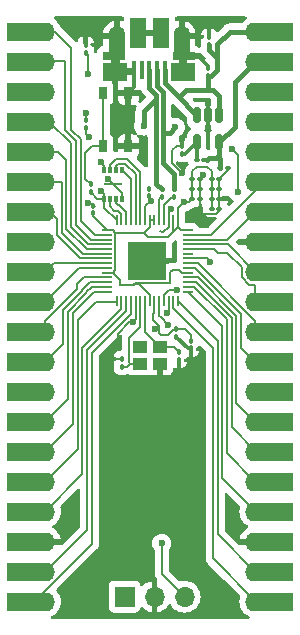
<source format=gbr>
%TF.GenerationSoftware,KiCad,Pcbnew,7.0.6*%
%TF.CreationDate,2023-08-11T11:38:20+07:00*%
%TF.ProjectId,Pico2040-Modular-Rev2,5069636f-3230-4343-902d-4d6f64756c61,rev?*%
%TF.SameCoordinates,Original*%
%TF.FileFunction,Copper,L1,Top*%
%TF.FilePolarity,Positive*%
%FSLAX46Y46*%
G04 Gerber Fmt 4.6, Leading zero omitted, Abs format (unit mm)*
G04 Created by KiCad (PCBNEW 7.0.6) date 2023-08-11 11:38:20*
%MOMM*%
%LPD*%
G01*
G04 APERTURE LIST*
G04 Aperture macros list*
%AMRoundRect*
0 Rectangle with rounded corners*
0 $1 Rounding radius*
0 $2 $3 $4 $5 $6 $7 $8 $9 X,Y pos of 4 corners*
0 Add a 4 corners polygon primitive as box body*
4,1,4,$2,$3,$4,$5,$6,$7,$8,$9,$2,$3,0*
0 Add four circle primitives for the rounded corners*
1,1,$1+$1,$2,$3*
1,1,$1+$1,$4,$5*
1,1,$1+$1,$6,$7*
1,1,$1+$1,$8,$9*
0 Add four rect primitives between the rounded corners*
20,1,$1+$1,$2,$3,$4,$5,0*
20,1,$1+$1,$4,$5,$6,$7,0*
20,1,$1+$1,$6,$7,$8,$9,0*
20,1,$1+$1,$8,$9,$2,$3,0*%
G04 Aperture macros list end*
%TA.AperFunction,SMDPad,CuDef*%
%ADD10RoundRect,0.100000X-0.130000X-0.100000X0.130000X-0.100000X0.130000X0.100000X-0.130000X0.100000X0*%
%TD*%
%TA.AperFunction,ComponentPad*%
%ADD11R,1.700000X1.700000*%
%TD*%
%TA.AperFunction,ComponentPad*%
%ADD12O,1.700000X1.700000*%
%TD*%
%TA.AperFunction,SMDPad,CuDef*%
%ADD13R,0.400000X1.650000*%
%TD*%
%TA.AperFunction,SMDPad,CuDef*%
%ADD14R,1.825000X0.700000*%
%TD*%
%TA.AperFunction,SMDPad,CuDef*%
%ADD15R,2.000000X1.500000*%
%TD*%
%TA.AperFunction,SMDPad,CuDef*%
%ADD16R,1.350000X2.000000*%
%TD*%
%TA.AperFunction,ComponentPad*%
%ADD17O,1.350000X1.700000*%
%TD*%
%TA.AperFunction,ComponentPad*%
%ADD18O,1.100000X1.500000*%
%TD*%
%TA.AperFunction,SMDPad,CuDef*%
%ADD19R,1.430000X2.500000*%
%TD*%
%TA.AperFunction,SMDPad,CuDef*%
%ADD20RoundRect,0.100000X-0.100000X0.130000X-0.100000X-0.130000X0.100000X-0.130000X0.100000X0.130000X0*%
%TD*%
%TA.AperFunction,SMDPad,CuDef*%
%ADD21R,0.750000X1.000000*%
%TD*%
%TA.AperFunction,SMDPad,CuDef*%
%ADD22RoundRect,0.150000X-0.150000X0.512500X-0.150000X-0.512500X0.150000X-0.512500X0.150000X0.512500X0*%
%TD*%
%TA.AperFunction,SMDPad,CuDef*%
%ADD23RoundRect,0.050000X-0.387500X-0.050000X0.387500X-0.050000X0.387500X0.050000X-0.387500X0.050000X0*%
%TD*%
%TA.AperFunction,SMDPad,CuDef*%
%ADD24RoundRect,0.050000X-0.050000X-0.387500X0.050000X-0.387500X0.050000X0.387500X-0.050000X0.387500X0*%
%TD*%
%TA.AperFunction,SMDPad,CuDef*%
%ADD25R,3.200000X3.200000*%
%TD*%
%TA.AperFunction,SMDPad,CuDef*%
%ADD26RoundRect,0.100000X0.100000X-0.130000X0.100000X0.130000X-0.100000X0.130000X-0.100000X-0.130000X0*%
%TD*%
%TA.AperFunction,ComponentPad*%
%ADD27R,3.200000X1.600000*%
%TD*%
%TA.AperFunction,ComponentPad*%
%ADD28O,1.700000X1.600000*%
%TD*%
%TA.AperFunction,SMDPad,CuDef*%
%ADD29R,1.150000X1.000000*%
%TD*%
%TA.AperFunction,SMDPad,CuDef*%
%ADD30RoundRect,0.014000X0.161000X-0.231000X0.161000X0.231000X-0.161000X0.231000X-0.161000X-0.231000X0*%
%TD*%
%TA.AperFunction,SMDPad,CuDef*%
%ADD31R,1.600000X0.200000*%
%TD*%
%TA.AperFunction,ViaPad*%
%ADD32C,0.600000*%
%TD*%
%TA.AperFunction,Conductor*%
%ADD33C,0.200000*%
%TD*%
%TA.AperFunction,Conductor*%
%ADD34C,0.300000*%
%TD*%
%TA.AperFunction,Conductor*%
%ADD35C,0.400000*%
%TD*%
G04 APERTURE END LIST*
D10*
%TO.P,R3,1*%
%TO.N,Net-(U2-SENSE{slash}ADJ)*%
X94440000Y-52150000D03*
%TO.P,R3,2*%
%TO.N,+3.3V*%
X95080000Y-52150000D03*
%TD*%
D11*
%TO.P,J4,1,Pin_1*%
%TO.N,/SWDIO*%
X88325000Y-89125000D03*
D12*
%TO.P,J4,2,Pin_2*%
%TO.N,GND*%
X90865000Y-89125000D03*
%TO.P,J4,3,Pin_3*%
%TO.N,/SWCLK*%
X93405000Y-89125000D03*
%TD*%
D13*
%TO.P,J1,1,VBUS*%
%TO.N,VBUS*%
X91730000Y-44580000D03*
%TO.P,J1,2,D-*%
%TO.N,/DM*%
X91080000Y-44580000D03*
%TO.P,J1,3,D+*%
%TO.N,/DP*%
X90430000Y-44580000D03*
%TO.P,J1,4,ID*%
%TO.N,unconnected-(J1-ID-Pad4)*%
X89780000Y-44580000D03*
%TO.P,J1,5,GND*%
%TO.N,GND*%
X89130000Y-44580000D03*
D14*
%TO.P,J1,6,Shield*%
X93380000Y-43380000D03*
D15*
X93280000Y-44680000D03*
D16*
X93160000Y-42630000D03*
D17*
X93160000Y-41700000D03*
D18*
X92850000Y-44700000D03*
D19*
X91390000Y-41430000D03*
X89470000Y-41430000D03*
D18*
X88010000Y-44700000D03*
D17*
X87700000Y-41700000D03*
D16*
X87680000Y-42630000D03*
D15*
X87530000Y-44700000D03*
D14*
X87430000Y-43380000D03*
%TD*%
D20*
%TO.P,C3,1*%
%TO.N,+1V1*%
X93950000Y-67475000D03*
%TO.P,C3,2*%
%TO.N,GND*%
X93950000Y-68115000D03*
%TD*%
D21*
%TO.P,S1,1*%
%TO.N,GND*%
X88650000Y-51000000D03*
%TO.P,S1,2*%
X88650000Y-46500000D03*
%TO.P,S1,3*%
%TO.N,Net-(R6-Pad1)*%
X86500000Y-51000000D03*
%TO.P,S1,4*%
X86500000Y-46500000D03*
%TD*%
D22*
%TO.P,U2,1,VIN*%
%TO.N,VBUS*%
X96350000Y-48375000D03*
%TO.P,U2,2,GND*%
%TO.N,GND*%
X95400000Y-48375000D03*
%TO.P,U2,3,EN*%
%TO.N,VBUS*%
X94450000Y-48375000D03*
%TO.P,U2,4,SENSE/ADJ*%
%TO.N,Net-(U2-SENSE{slash}ADJ)*%
X94450000Y-50650000D03*
%TO.P,U2,5,VOUT*%
%TO.N,+3.3V*%
X96350000Y-50650000D03*
%TD*%
D23*
%TO.P,U1,1,IOVDD*%
%TO.N,+3.3V*%
X86825000Y-58100000D03*
%TO.P,U1,2,GPIO0*%
%TO.N,/P0*%
X86825000Y-58500000D03*
%TO.P,U1,3,GPIO1*%
%TO.N,/P1*%
X86825000Y-58900000D03*
%TO.P,U1,4,GPIO2*%
%TO.N,/P2*%
X86825000Y-59300000D03*
%TO.P,U1,5,GPIO3*%
%TO.N,/P3*%
X86825000Y-59700000D03*
%TO.P,U1,6,GPIO4*%
%TO.N,/P4*%
X86825000Y-60100000D03*
%TO.P,U1,7,GPIO5*%
%TO.N,/P5*%
X86825000Y-60500000D03*
%TO.P,U1,8,GPIO6*%
%TO.N,/P6*%
X86825000Y-60900000D03*
%TO.P,U1,9,GPIO7*%
%TO.N,/P7*%
X86825000Y-61300000D03*
%TO.P,U1,10,IOVDD*%
%TO.N,+3.3V*%
X86825000Y-61700000D03*
%TO.P,U1,11,GPIO8*%
%TO.N,/P8*%
X86825000Y-62100000D03*
%TO.P,U1,12,GPIO9*%
%TO.N,/P9*%
X86825000Y-62500000D03*
%TO.P,U1,13,GPIO10*%
%TO.N,/P10*%
X86825000Y-62900000D03*
%TO.P,U1,14,GPIO11*%
%TO.N,/P11*%
X86825000Y-63300000D03*
D24*
%TO.P,U1,15,GPIO12*%
%TO.N,/P12*%
X87662500Y-64137500D03*
%TO.P,U1,16,GPIO13*%
%TO.N,/P13*%
X88062500Y-64137500D03*
%TO.P,U1,17,GPIO14*%
%TO.N,/P14*%
X88462500Y-64137500D03*
%TO.P,U1,18,GPIO15*%
%TO.N,/P15*%
X88862500Y-64137500D03*
%TO.P,U1,19,TESTEN*%
%TO.N,GND*%
X89262500Y-64137500D03*
%TO.P,U1,20,XIN*%
%TO.N,/CLKIN*%
X89662500Y-64137500D03*
%TO.P,U1,21,XOUT*%
%TO.N,/CLKOUT*%
X90062500Y-64137500D03*
%TO.P,U1,22,IOVDD*%
%TO.N,+3.3V*%
X90462500Y-64137500D03*
%TO.P,U1,23,DVDD*%
%TO.N,+1V1*%
X90862500Y-64137500D03*
%TO.P,U1,24,SWCLK*%
%TO.N,/SWCLK*%
X91262500Y-64137500D03*
%TO.P,U1,25,SWD*%
%TO.N,/SWDIO*%
X91662500Y-64137500D03*
%TO.P,U1,26,RUN*%
%TO.N,/RESET*%
X92062500Y-64137500D03*
%TO.P,U1,27,GPIO16*%
%TO.N,/P16*%
X92462500Y-64137500D03*
%TO.P,U1,28,GPIO17*%
%TO.N,/P17*%
X92862500Y-64137500D03*
D23*
%TO.P,U1,29,GPIO18*%
%TO.N,/P18*%
X93700000Y-63300000D03*
%TO.P,U1,30,GPIO19*%
%TO.N,/P19*%
X93700000Y-62900000D03*
%TO.P,U1,31,GPIO20*%
%TO.N,/P20*%
X93700000Y-62500000D03*
%TO.P,U1,32,GPIO21*%
%TO.N,/P21*%
X93700000Y-62100000D03*
%TO.P,U1,33,IOVDD*%
%TO.N,+3.3V*%
X93700000Y-61700000D03*
%TO.P,U1,34,GPIO22*%
%TO.N,/P22*%
X93700000Y-61300000D03*
%TO.P,U1,35,GPIO23*%
%TO.N,/P23*%
X93700000Y-60900000D03*
%TO.P,U1,36,GPIO24*%
%TO.N,/USER_LED*%
X93700000Y-60500000D03*
%TO.P,U1,37,GPIO25*%
%TO.N,unconnected-(U1-GPIO25-Pad37)*%
X93700000Y-60100000D03*
%TO.P,U1,38,GPIO26_ADC0*%
%TO.N,/P26*%
X93700000Y-59700000D03*
%TO.P,U1,39,GPIO27_ADC1*%
%TO.N,/P27*%
X93700000Y-59300000D03*
%TO.P,U1,40,GPIO28_ADC2*%
%TO.N,/P28*%
X93700000Y-58900000D03*
%TO.P,U1,41,GPIO29_ADC3*%
%TO.N,/P29*%
X93700000Y-58500000D03*
%TO.P,U1,42,IOVDD*%
%TO.N,+3.3V*%
X93700000Y-58100000D03*
D24*
%TO.P,U1,43,ADC_AVDD*%
X92862500Y-57262500D03*
%TO.P,U1,44,VREG_IN*%
X92462500Y-57262500D03*
%TO.P,U1,45,VREG_VOUT*%
%TO.N,+1V1*%
X92062500Y-57262500D03*
%TO.P,U1,46,USB_DM*%
%TO.N,Net-(U1-USB_DM)*%
X91662500Y-57262500D03*
%TO.P,U1,47,USB_DP*%
%TO.N,Net-(U1-USB_DP)*%
X91262500Y-57262500D03*
%TO.P,U1,48,USB_VDD*%
%TO.N,+3.3V*%
X90862500Y-57262500D03*
%TO.P,U1,49,IOVDD*%
X90462500Y-57262500D03*
%TO.P,U1,50,DVDD*%
%TO.N,+1V1*%
X90062500Y-57262500D03*
%TO.P,U1,51,QSPI_SD3*%
%TO.N,/FLASH_SD3*%
X89662500Y-57262500D03*
%TO.P,U1,52,QSPI_SCLK*%
%TO.N,/FLASH_CLOCK*%
X89262500Y-57262500D03*
%TO.P,U1,53,QSPI_SD0*%
%TO.N,/FLASH_SD0*%
X88862500Y-57262500D03*
%TO.P,U1,54,QSPI_SD2*%
%TO.N,/FLASH_SD2*%
X88462500Y-57262500D03*
%TO.P,U1,55,QSPI_SD1*%
%TO.N,/FLASH_SD1*%
X88062500Y-57262500D03*
%TO.P,U1,56,QSPI_SS*%
%TO.N,/FLASH_SS*%
X87662500Y-57262500D03*
D25*
%TO.P,U1,57,GND*%
%TO.N,GND*%
X90262500Y-60700000D03*
%TD*%
D26*
%TO.P,C1,1*%
%TO.N,+1V1*%
X90400000Y-55240000D03*
%TO.P,C1,2*%
%TO.N,GND*%
X90400000Y-54600000D03*
%TD*%
D20*
%TO.P,R5,1*%
%TO.N,+3.3V*%
X85050000Y-48780000D03*
%TO.P,R5,2*%
%TO.N,/FLASH_SS*%
X85050000Y-49420000D03*
%TD*%
D27*
%TO.P,J2,1,Pin_1*%
%TO.N,/P0*%
X79990000Y-41300000D03*
D28*
X81600000Y-41300000D03*
D27*
%TO.P,J2,2,Pin_2*%
%TO.N,/P1*%
X79990000Y-43840000D03*
D28*
X81600000Y-43840000D03*
D27*
%TO.P,J2,3,Pin_3*%
%TO.N,GND*%
X79990000Y-46380000D03*
D28*
X81600000Y-46380000D03*
D27*
%TO.P,J2,4,Pin_4*%
%TO.N,/P2*%
X79990000Y-48920000D03*
D28*
X81600000Y-48920000D03*
D27*
%TO.P,J2,5,Pin_5*%
%TO.N,/P3*%
X79990000Y-51460000D03*
D28*
X81600000Y-51460000D03*
D27*
%TO.P,J2,6,Pin_6*%
%TO.N,/P4*%
X79990000Y-54000000D03*
D28*
X81600000Y-54000000D03*
D27*
%TO.P,J2,7,Pin_7*%
%TO.N,/P5*%
X79990000Y-56540000D03*
D28*
X81600000Y-56540000D03*
D27*
%TO.P,J2,8,Pin_8*%
%TO.N,GND*%
X79990000Y-59080000D03*
D28*
X81600000Y-59080000D03*
D27*
%TO.P,J2,9,Pin_9*%
%TO.N,/P6*%
X79990000Y-61620000D03*
D28*
X81600000Y-61620000D03*
D27*
%TO.P,J2,10,Pin_10*%
%TO.N,/P7*%
X79990000Y-64160000D03*
D28*
X81600000Y-64160000D03*
D27*
%TO.P,J2,11,Pin_11*%
%TO.N,/P8*%
X79990000Y-66700000D03*
D28*
X81600000Y-66700000D03*
D27*
%TO.P,J2,12,Pin_12*%
%TO.N,/P9*%
X79990000Y-69240000D03*
D28*
X81600000Y-69240000D03*
D27*
%TO.P,J2,13,Pin_13*%
%TO.N,GND*%
X79990000Y-71780000D03*
D28*
X81600000Y-71780000D03*
D27*
%TO.P,J2,14,Pin_14*%
%TO.N,/P10*%
X79990000Y-74320000D03*
D28*
X81600000Y-74320000D03*
D27*
%TO.P,J2,15,Pin_15*%
%TO.N,/P11*%
X79990000Y-76860000D03*
D28*
X81600000Y-76860000D03*
D27*
%TO.P,J2,16,Pin_16*%
%TO.N,/P12*%
X79990000Y-79400000D03*
D28*
X81600000Y-79400000D03*
D27*
%TO.P,J2,17,Pin_17*%
%TO.N,/P13*%
X79990000Y-81940000D03*
D28*
X81600000Y-81940000D03*
D27*
%TO.P,J2,18,Pin_18*%
%TO.N,GND*%
X79990000Y-84480000D03*
D28*
X81600000Y-84480000D03*
D27*
%TO.P,J2,19,Pin_19*%
%TO.N,/P14*%
X79990000Y-87020000D03*
D28*
X81600000Y-87020000D03*
D27*
%TO.P,J2,20,Pin_20*%
%TO.N,/P15*%
X79990000Y-89560000D03*
D28*
X81600000Y-89560000D03*
%TD*%
D20*
%TO.P,R1,1*%
%TO.N,/DP*%
X91475000Y-54630000D03*
%TO.P,R1,2*%
%TO.N,Net-(U1-USB_DP)*%
X91475000Y-55270000D03*
%TD*%
D29*
%TO.P,Y1,1,1*%
%TO.N,/CLKIN*%
X89600000Y-69400000D03*
%TO.P,Y1,2,2*%
%TO.N,GND*%
X91350000Y-69400000D03*
%TO.P,Y1,3,3*%
%TO.N,/CLKOUT*%
X91350000Y-68000000D03*
%TO.P,Y1,4,4*%
%TO.N,GND*%
X89600000Y-68000000D03*
%TD*%
D20*
%TO.P,C2,1*%
%TO.N,+1V1*%
X92700000Y-66475000D03*
%TO.P,C2,2*%
%TO.N,GND*%
X92700000Y-67115000D03*
%TD*%
D10*
%TO.P,C10,1*%
%TO.N,+3.3V*%
X95710000Y-55450000D03*
%TO.P,C10,2*%
%TO.N,GND*%
X96350000Y-55450000D03*
%TD*%
%TO.P,C11,1*%
%TO.N,+3.3V*%
X95715000Y-56300000D03*
%TO.P,C11,2*%
%TO.N,GND*%
X96355000Y-56300000D03*
%TD*%
%TO.P,C9,1*%
%TO.N,+3.3V*%
X95710000Y-54600000D03*
%TO.P,C9,2*%
%TO.N,GND*%
X96350000Y-54600000D03*
%TD*%
D20*
%TO.P,R2,1*%
%TO.N,/DM*%
X92525000Y-54635000D03*
%TO.P,R2,2*%
%TO.N,Net-(U1-USB_DM)*%
X92525000Y-55275000D03*
%TD*%
D10*
%TO.P,C6,1*%
%TO.N,+3.3V*%
X94060000Y-54600000D03*
%TO.P,C6,2*%
%TO.N,GND*%
X94700000Y-54600000D03*
%TD*%
D26*
%TO.P,C15,1*%
%TO.N,/CLKIN*%
X88100000Y-69665000D03*
%TO.P,C15,2*%
%TO.N,GND*%
X88100000Y-69025000D03*
%TD*%
D10*
%TO.P,C5,1*%
%TO.N,+3.3V*%
X94060000Y-53775000D03*
%TO.P,C5,2*%
%TO.N,GND*%
X94700000Y-53775000D03*
%TD*%
%TO.P,C8,1*%
%TO.N,+3.3V*%
X95710000Y-53750000D03*
%TO.P,C8,2*%
%TO.N,GND*%
X96350000Y-53750000D03*
%TD*%
D20*
%TO.P,D2,1,K*%
%TO.N,GND*%
X85025000Y-42422500D03*
%TO.P,D2,2,A*%
%TO.N,/USER_LED*%
X85025000Y-43062500D03*
%TD*%
D26*
%TO.P,C12,1*%
%TO.N,VBUS*%
X95375000Y-45050000D03*
%TO.P,C12,2*%
%TO.N,GND*%
X95375000Y-44410000D03*
%TD*%
D20*
%TO.P,D1,1,K*%
%TO.N,GND*%
X95475000Y-41747500D03*
%TO.P,D1,2,A*%
%TO.N,VBUS*%
X95475000Y-42387500D03*
%TD*%
D26*
%TO.P,R4,1*%
%TO.N,Net-(U2-SENSE{slash}ADJ)*%
X93200000Y-51625000D03*
%TO.P,R4,2*%
%TO.N,GND*%
X93200000Y-50985000D03*
%TD*%
D20*
%TO.P,C14,1*%
%TO.N,/CLKOUT*%
X92950000Y-68430000D03*
%TO.P,C14,2*%
%TO.N,GND*%
X92950000Y-69070000D03*
%TD*%
D10*
%TO.P,C13,1*%
%TO.N,+3.3V*%
X96410000Y-52850000D03*
%TO.P,C13,2*%
%TO.N,GND*%
X97050000Y-52850000D03*
%TD*%
D20*
%TO.P,R6,1*%
%TO.N,Net-(R6-Pad1)*%
X85450000Y-54230000D03*
%TO.P,R6,2*%
%TO.N,/FLASH_SS*%
X85450000Y-54870000D03*
%TD*%
D30*
%TO.P,U3,1,CS#*%
%TO.N,/FLASH_SS*%
X86600000Y-55450000D03*
%TO.P,U3,2,SO(IO1)*%
%TO.N,/FLASH_SD1*%
X87100000Y-55450000D03*
%TO.P,U3,3,WP#(IO2)*%
%TO.N,/FLASH_SD2*%
X87600000Y-55450000D03*
%TO.P,U3,4,VSS*%
%TO.N,GND*%
X88100000Y-55450000D03*
%TO.P,U3,5,SI(IO0)*%
%TO.N,/FLASH_SD0*%
X88100000Y-53010000D03*
%TO.P,U3,6,SCLK*%
%TO.N,/FLASH_CLOCK*%
X87600000Y-53010000D03*
%TO.P,U3,7,HOLD#(IO3)*%
%TO.N,/FLASH_SD3*%
X87100000Y-53010000D03*
%TO.P,U3,8,VCC*%
%TO.N,+3.3V*%
X86600000Y-53010000D03*
D31*
%TO.P,U3,9,EP*%
%TO.N,GND*%
X87350000Y-54230000D03*
%TD*%
D10*
%TO.P,C7,1*%
%TO.N,+3.3V*%
X94060000Y-55450000D03*
%TO.P,C7,2*%
%TO.N,GND*%
X94700000Y-55450000D03*
%TD*%
D26*
%TO.P,C4,1*%
%TO.N,+3.3V*%
X85650000Y-56665000D03*
%TO.P,C4,2*%
%TO.N,GND*%
X85650000Y-56025000D03*
%TD*%
D27*
%TO.P,J3,1,Pin_1*%
%TO.N,VBUS*%
X101010000Y-41300000D03*
D28*
X99400000Y-41300000D03*
D27*
%TO.P,J3,2,Pin_2*%
%TO.N,+3.3V*%
X101010000Y-43840000D03*
D28*
X99400000Y-43840000D03*
D27*
%TO.P,J3,3,Pin_3*%
%TO.N,GND*%
X101010000Y-46380000D03*
D28*
X99400000Y-46380000D03*
D27*
%TO.P,J3,4,Pin_4*%
%TO.N,+1V1*%
X101010000Y-48920000D03*
D28*
X99400000Y-48920000D03*
D27*
%TO.P,J3,5,Pin_5*%
%TO.N,/RESET*%
X101010000Y-51460000D03*
D28*
X99400000Y-51460000D03*
D27*
%TO.P,J3,6,Pin_6*%
%TO.N,/P29*%
X101010000Y-54000000D03*
D28*
X99400000Y-54000000D03*
D27*
%TO.P,J3,7,Pin_7*%
%TO.N,/P28*%
X101010000Y-56540000D03*
D28*
X99400000Y-56540000D03*
D27*
%TO.P,J3,8,Pin_8*%
%TO.N,GND*%
X101010000Y-59080000D03*
D28*
X99400000Y-59080000D03*
D27*
%TO.P,J3,9,Pin_9*%
%TO.N,/P27*%
X101010000Y-61620000D03*
D28*
X99400000Y-61620000D03*
D27*
%TO.P,J3,10,Pin_10*%
%TO.N,/P26*%
X101010000Y-64160000D03*
D28*
X99400000Y-64160000D03*
D27*
%TO.P,J3,11,Pin_11*%
%TO.N,/P23*%
X101010000Y-66700000D03*
D28*
X99400000Y-66700000D03*
D27*
%TO.P,J3,12,Pin_12*%
%TO.N,/P22*%
X101010000Y-69240000D03*
D28*
X99400000Y-69240000D03*
D27*
%TO.P,J3,13,Pin_13*%
%TO.N,GND*%
X101010000Y-71780000D03*
D28*
X99400000Y-71780000D03*
D27*
%TO.P,J3,14,Pin_14*%
%TO.N,/P21*%
X101010000Y-74320000D03*
D28*
X99400000Y-74320000D03*
D27*
%TO.P,J3,15,Pin_15*%
%TO.N,/P20*%
X101010000Y-76860000D03*
D28*
X99400000Y-76860000D03*
D27*
%TO.P,J3,16,Pin_16*%
%TO.N,/P19*%
X101010000Y-79400000D03*
D28*
X99400000Y-79400000D03*
D27*
%TO.P,J3,17,Pin_17*%
%TO.N,/P18*%
X101010000Y-81940000D03*
D28*
X99400000Y-81940000D03*
D27*
%TO.P,J3,18,Pin_18*%
%TO.N,GND*%
X101010000Y-84480000D03*
D28*
X99400000Y-84480000D03*
D27*
%TO.P,J3,19,Pin_19*%
%TO.N,/P17*%
X101010000Y-87020000D03*
D28*
X99400000Y-87020000D03*
D27*
%TO.P,J3,20,Pin_20*%
%TO.N,/P16*%
X101010000Y-89560000D03*
D28*
X99400000Y-89560000D03*
%TD*%
D32*
%TO.N,+1V1*%
X90600000Y-55600000D03*
X90900000Y-66450000D03*
X92263000Y-56341444D03*
%TO.N,GND*%
X87780000Y-76690000D03*
X85200000Y-55800000D03*
X94790000Y-82390000D03*
X87590000Y-82500000D03*
X89920000Y-73580000D03*
X85920000Y-89630000D03*
X87750000Y-49400000D03*
X95425000Y-48650000D03*
X89600000Y-68050000D03*
X89810000Y-79210000D03*
X85860000Y-41010000D03*
X89000000Y-60750000D03*
X93200000Y-50425000D03*
X90350000Y-59450000D03*
X86950000Y-53800000D03*
X83840000Y-41040000D03*
X95000000Y-53400000D03*
X90350000Y-60750000D03*
X91260000Y-41500000D03*
X94750000Y-72310000D03*
X89025000Y-65900000D03*
X90350000Y-61950000D03*
X89570000Y-41530000D03*
X93225000Y-53275000D03*
X89000000Y-61950000D03*
X87110000Y-72610000D03*
X89000000Y-59450000D03*
%TO.N,+3.3V*%
X93339998Y-55739998D03*
X85050000Y-48200000D03*
X96350000Y-52000000D03*
X86300000Y-52350000D03*
%TO.N,/USER_LED*%
X97400000Y-51200000D03*
X85200000Y-44900000D03*
X97900000Y-54850000D03*
X95600000Y-60800000D03*
%TO.N,/DM*%
X92625000Y-49375000D03*
%TO.N,/DP*%
X89950000Y-49300000D03*
%TO.N,/RESET*%
X91915180Y-65119822D03*
%TO.N,/SWDIO*%
X92774500Y-63135216D03*
%TO.N,/SWCLK*%
X91475000Y-84625000D03*
X92049856Y-66102321D03*
%TO.N,/FLASH_SS*%
X86333850Y-54780312D03*
X85300000Y-50200000D03*
%TD*%
D33*
%TO.N,+1V1*%
X90775000Y-65723529D02*
X91188971Y-66137500D01*
X92700000Y-66475000D02*
X93405000Y-66475000D01*
X93405000Y-66475000D02*
X93950000Y-67020000D01*
X92062500Y-57262500D02*
X92062500Y-57794975D01*
X90775000Y-65226471D02*
X90775000Y-65723529D01*
X90862500Y-64137500D02*
X90862500Y-65138971D01*
X92062500Y-57262500D02*
X92062500Y-56541944D01*
X91188971Y-66137500D02*
X91237500Y-66137500D01*
X91237500Y-66137500D02*
X91237500Y-66837500D01*
X90400000Y-55240000D02*
X90400000Y-55550000D01*
X91557475Y-58300000D02*
X91474500Y-58300000D01*
X93950000Y-67020000D02*
X93950000Y-67475000D01*
X92525706Y-66475000D02*
X92700000Y-66475000D01*
X90062500Y-57262500D02*
X90062500Y-56087500D01*
X90400000Y-55550000D02*
X90500000Y-55650000D01*
X90062500Y-56087500D02*
X90550000Y-55600000D01*
X91237500Y-66837500D02*
X91400000Y-67000000D01*
X92062500Y-56541944D02*
X92263000Y-56341444D01*
X90925000Y-66450000D02*
X90900000Y-66450000D01*
X92062500Y-57794975D02*
X91557475Y-58300000D01*
X91237500Y-66137500D02*
X90925000Y-66450000D01*
X91474500Y-58300000D02*
X91325000Y-58150500D01*
X90600000Y-55600000D02*
X90600000Y-55550000D01*
X92000706Y-67000000D02*
X92525706Y-66475000D01*
X91400000Y-67000000D02*
X92000706Y-67000000D01*
X90862500Y-65138971D02*
X90775000Y-65226471D01*
X90600000Y-55550000D02*
X90500000Y-55650000D01*
X90550000Y-55600000D02*
X90600000Y-55600000D01*
%TO.N,GND*%
X89025000Y-65900000D02*
X88722032Y-65900000D01*
D34*
X95375000Y-44410000D02*
X95375000Y-44175000D01*
D33*
X97050000Y-53050000D02*
X97050000Y-52850000D01*
X87750000Y-66872032D02*
X87750000Y-67850000D01*
X87350000Y-54230000D02*
X88100000Y-54980000D01*
X85425000Y-55800000D02*
X85650000Y-56025000D01*
X92375000Y-51350000D02*
X92740000Y-50985000D01*
X87350000Y-54230000D02*
X87350000Y-54200000D01*
X87575000Y-51300000D02*
X87575000Y-51400000D01*
X85200000Y-55800000D02*
X85425000Y-55800000D01*
X89262500Y-65662500D02*
X89025000Y-65900000D01*
X94700000Y-55450000D02*
X94700000Y-56750000D01*
X94700000Y-53775000D02*
X94700000Y-53700000D01*
X87350000Y-54200000D02*
X86950000Y-53800000D01*
X88100000Y-54980000D02*
X88100000Y-55450000D01*
X85650000Y-56025000D02*
X85805685Y-56025000D01*
X96355000Y-56455685D02*
X96355000Y-56300000D01*
X92740000Y-50985000D02*
X93200000Y-50985000D01*
X94700000Y-53700000D02*
X95000000Y-53400000D01*
X92375000Y-52425000D02*
X92375000Y-51350000D01*
X96060685Y-56750000D02*
X96355000Y-56455685D01*
X89262500Y-64137500D02*
X89262500Y-65662500D01*
X88722032Y-65900000D02*
X87750000Y-66872032D01*
X87300000Y-69025000D02*
X87250000Y-69075000D01*
X94700000Y-56750000D02*
X96060685Y-56750000D01*
D34*
X89130000Y-46020000D02*
X88650000Y-46500000D01*
X93700000Y-68115000D02*
X92700000Y-67115000D01*
X89130000Y-44580000D02*
X89130000Y-46020000D01*
D33*
X96355000Y-56300000D02*
X96355000Y-53755000D01*
X94700000Y-53775000D02*
X94700000Y-55450000D01*
D34*
X95375000Y-44175000D02*
X94700000Y-43500000D01*
D33*
X93225000Y-53275000D02*
X92375000Y-52425000D01*
D34*
X93950000Y-68115000D02*
X93700000Y-68115000D01*
D33*
X96350000Y-53750000D02*
X97050000Y-53050000D01*
X88100000Y-69025000D02*
X87300000Y-69025000D01*
X96355000Y-53755000D02*
X96350000Y-53750000D01*
D35*
%TO.N,+3.3V*%
X96350000Y-52000000D02*
X96350000Y-50650000D01*
D33*
X85650000Y-56925000D02*
X86825000Y-58100000D01*
D35*
X97650000Y-49350000D02*
X96350000Y-50650000D01*
D33*
X93339998Y-55739998D02*
X92862500Y-56217496D01*
X94060000Y-55450000D02*
X94060000Y-53775000D01*
X89150000Y-62675000D02*
X89225000Y-62600000D01*
X87950000Y-62725000D02*
X89100000Y-62725000D01*
X89952450Y-58305025D02*
X90462500Y-57794975D01*
X86825000Y-61700000D02*
X87357475Y-61700000D01*
X90347425Y-58700000D02*
X92000000Y-58700000D01*
D35*
X96350000Y-52000000D02*
X95500000Y-52000000D01*
D33*
X87562500Y-58305025D02*
X89952450Y-58305025D01*
X85650000Y-56665000D02*
X85650000Y-56925000D01*
D35*
X95500000Y-52000000D02*
X95350000Y-52150000D01*
D33*
X90462500Y-57262500D02*
X90862500Y-57262500D01*
X87357475Y-61700000D02*
X87950000Y-62292525D01*
X89225000Y-62600000D02*
X92162500Y-62600000D01*
X95710000Y-53750000D02*
X95710000Y-56295000D01*
X87562500Y-58305025D02*
X87357475Y-58100000D01*
X87950000Y-62292525D02*
X87950000Y-62725000D01*
X90462500Y-63605025D02*
X89532475Y-62675000D01*
X93125000Y-58100000D02*
X93700000Y-58100000D01*
X87357475Y-58100000D02*
X86825000Y-58100000D01*
X92862500Y-57837500D02*
X92862500Y-57262500D01*
X86600000Y-52650000D02*
X86300000Y-52350000D01*
X93770002Y-55739998D02*
X94060000Y-55450000D01*
X89952450Y-58305025D02*
X90347425Y-58700000D01*
X89100000Y-62725000D02*
X89150000Y-62675000D01*
X92397525Y-61442475D02*
X92910000Y-61442475D01*
X92462500Y-58237500D02*
X92350000Y-58350000D01*
D35*
X96410000Y-52850000D02*
X96410000Y-52060000D01*
D33*
X94060000Y-53775000D02*
X94060000Y-53115000D01*
X89532475Y-62675000D02*
X89150000Y-62675000D01*
X92910000Y-61442475D02*
X93167525Y-61700000D01*
X92162500Y-62600000D02*
X92162500Y-61677500D01*
X85050000Y-48780000D02*
X85050000Y-48200000D01*
X95300000Y-52725000D02*
X95710000Y-53135000D01*
X92350000Y-58350000D02*
X92862500Y-57837500D01*
X92862500Y-57837500D02*
X93125000Y-58100000D01*
X87562500Y-61494975D02*
X87562500Y-58305025D01*
D35*
X96410000Y-52060000D02*
X96350000Y-52000000D01*
D33*
X87357475Y-61700000D02*
X87562500Y-61494975D01*
X95710000Y-53135000D02*
X95710000Y-53750000D01*
X95710000Y-56295000D02*
X95715000Y-56300000D01*
X90462500Y-64137500D02*
X90462500Y-63605025D01*
X90462500Y-57794975D02*
X90462500Y-57262500D01*
X93167525Y-61700000D02*
X93700000Y-61700000D01*
D35*
X99400000Y-43840000D02*
X97650000Y-45590000D01*
D33*
X94060000Y-53115000D02*
X94450000Y-52725000D01*
X93339998Y-55739998D02*
X93770002Y-55739998D01*
X92162500Y-61677500D02*
X92397525Y-61442475D01*
X86600000Y-53010000D02*
X86600000Y-52650000D01*
D35*
X97650000Y-45590000D02*
X97650000Y-49350000D01*
D33*
X92862500Y-56217496D02*
X92862500Y-57262500D01*
X92462500Y-57262500D02*
X92462500Y-58237500D01*
X94450000Y-52725000D02*
X95300000Y-52725000D01*
X92000000Y-58700000D02*
X92350000Y-58350000D01*
D35*
%TO.N,VBUS*%
X95475000Y-42825000D02*
X96175000Y-43525000D01*
X94200000Y-48150000D02*
X92900000Y-46850000D01*
X96175000Y-43525000D02*
X96175000Y-42375000D01*
X95475000Y-42387500D02*
X95475000Y-42825000D01*
X95672107Y-45050000D02*
X96175000Y-44547107D01*
X92900000Y-46850000D02*
X91730000Y-45680000D01*
X95400000Y-46200000D02*
X95800000Y-46200000D01*
X95375000Y-46175000D02*
X95400000Y-46200000D01*
X95375000Y-45050000D02*
X95375000Y-46175000D01*
X96175000Y-44547107D02*
X96175000Y-43525000D01*
X95375000Y-45050000D02*
X95672107Y-45050000D01*
X96350000Y-46750000D02*
X96350000Y-48150000D01*
X96175000Y-42375000D02*
X97250000Y-41300000D01*
X91730000Y-45680000D02*
X91730000Y-44580000D01*
X93550000Y-46200000D02*
X95400000Y-46200000D01*
X92900000Y-46850000D02*
X93550000Y-46200000D01*
X94450000Y-48150000D02*
X94200000Y-48150000D01*
X95800000Y-46200000D02*
X96350000Y-46750000D01*
X97250000Y-41300000D02*
X99400000Y-41300000D01*
D33*
%TO.N,/CLKOUT*%
X92520000Y-68000000D02*
X92950000Y-68430000D01*
X90062500Y-66712500D02*
X91350000Y-68000000D01*
X91350000Y-68000000D02*
X92520000Y-68000000D01*
X90062500Y-64137500D02*
X90062500Y-66712500D01*
%TO.N,/CLKIN*%
X89662500Y-64137500D02*
X89662500Y-66262500D01*
X88725000Y-67200000D02*
X88725000Y-69300000D01*
X88560000Y-69665000D02*
X88825000Y-69400000D01*
X89662500Y-66262500D02*
X88725000Y-67200000D01*
X88100000Y-69665000D02*
X88560000Y-69665000D01*
X88825000Y-69400000D02*
X89600000Y-69400000D01*
X88725000Y-69300000D02*
X88825000Y-69400000D01*
%TO.N,/USER_LED*%
X93700000Y-60500000D02*
X95300000Y-60500000D01*
X85200000Y-44900000D02*
X85200000Y-43237500D01*
X97400000Y-51200000D02*
X97900000Y-51700000D01*
X85200000Y-43237500D02*
X85025000Y-43062500D01*
X97900000Y-51700000D02*
X97900000Y-54850000D01*
X95300000Y-60500000D02*
X95600000Y-60800000D01*
D35*
%TO.N,/DM*%
X91600000Y-49850000D02*
X91600000Y-46398528D01*
X91080000Y-45878528D02*
X91080000Y-44580000D01*
X92525000Y-54635000D02*
X92525000Y-53325000D01*
X91600000Y-49850000D02*
X92150000Y-49850000D01*
X92525000Y-53325000D02*
X91600000Y-52400000D01*
X92150000Y-49850000D02*
X92625000Y-49375000D01*
X91600000Y-52400000D02*
X91600000Y-49850000D01*
X91600000Y-46398528D02*
X91080000Y-45878528D01*
%TO.N,/DP*%
X91475000Y-54630000D02*
X91000000Y-54155000D01*
X89950000Y-48025000D02*
X89950000Y-49300000D01*
X91000000Y-46647056D02*
X90430000Y-46077056D01*
X91000000Y-46975000D02*
X91000000Y-46647056D01*
X91000000Y-46975000D02*
X89950000Y-48025000D01*
X90430000Y-46077056D02*
X90430000Y-44580000D01*
X91000000Y-54155000D02*
X91000000Y-46975000D01*
D33*
%TO.N,/P0*%
X83800000Y-49618629D02*
X83800000Y-42650000D01*
X82450000Y-41300000D02*
X81600000Y-41300000D01*
X85800000Y-58500000D02*
X84600000Y-57300000D01*
X86825000Y-58500000D02*
X85800000Y-58500000D01*
X83800000Y-42650000D02*
X82450000Y-41300000D01*
X84600000Y-57300000D02*
X84600000Y-50418629D01*
X84600000Y-50418629D02*
X83800000Y-49618629D01*
%TO.N,/P1*%
X81600000Y-43840000D02*
X81690000Y-43750000D01*
X84200000Y-50584315D02*
X84200000Y-57625000D01*
X83250000Y-49634314D02*
X84200000Y-50584315D01*
X84200000Y-57625000D02*
X85475000Y-58900000D01*
X83250000Y-43750000D02*
X83250000Y-49634314D01*
X85475000Y-58900000D02*
X86825000Y-58900000D01*
X81690000Y-43750000D02*
X83250000Y-43750000D01*
%TO.N,/P2*%
X83800000Y-57825000D02*
X83800000Y-50750000D01*
X83800000Y-50750000D02*
X81970000Y-48920000D01*
X85275000Y-59300000D02*
X83800000Y-57825000D01*
X81970000Y-48920000D02*
X81600000Y-48920000D01*
X86825000Y-59300000D02*
X85275000Y-59300000D01*
%TO.N,/P3*%
X86825000Y-59700000D02*
X85109314Y-59700000D01*
X83400000Y-52200000D02*
X82660000Y-51460000D01*
X85109314Y-59700000D02*
X83400000Y-57990686D01*
X82660000Y-51460000D02*
X81600000Y-51460000D01*
X83400000Y-57990686D02*
X83400000Y-52200000D01*
%TO.N,/P4*%
X83000000Y-58325000D02*
X84775000Y-60100000D01*
X84775000Y-60100000D02*
X86825000Y-60100000D01*
X83000000Y-54000000D02*
X83000000Y-58325000D01*
X81600000Y-54000000D02*
X83000000Y-54000000D01*
%TO.N,/P5*%
X82600000Y-58525000D02*
X84575000Y-60500000D01*
X84575000Y-60500000D02*
X86825000Y-60500000D01*
X81990000Y-56540000D02*
X82600000Y-57150000D01*
X82600000Y-57150000D02*
X82600000Y-58525000D01*
X81600000Y-56540000D02*
X81990000Y-56540000D01*
%TO.N,/P6*%
X82320000Y-60900000D02*
X81600000Y-61620000D01*
X86825000Y-60900000D02*
X82320000Y-60900000D01*
%TO.N,/P7*%
X86825000Y-61300000D02*
X84460000Y-61300000D01*
X84460000Y-61300000D02*
X81600000Y-64160000D01*
%TO.N,/P8*%
X84300000Y-63065635D02*
X84300000Y-62700000D01*
X81600000Y-65765635D02*
X84300000Y-63065635D01*
X81600000Y-66700000D02*
X81600000Y-65765635D01*
X84900000Y-62100000D02*
X86825000Y-62100000D01*
X84300000Y-62700000D02*
X84900000Y-62100000D01*
%TO.N,/P9*%
X85400000Y-62500000D02*
X84700000Y-63200000D01*
X84700000Y-63231321D02*
X83100000Y-64831321D01*
X83100000Y-67740000D02*
X81600000Y-69240000D01*
X86825000Y-62500000D02*
X85400000Y-62500000D01*
X84700000Y-63200000D02*
X84700000Y-63231321D01*
X83100000Y-64831321D02*
X83100000Y-67740000D01*
%TO.N,/P10*%
X86825000Y-62900000D02*
X85565686Y-62900000D01*
X83500000Y-72420000D02*
X81600000Y-74320000D01*
X85565686Y-62900000D02*
X85100000Y-63365686D01*
X83500000Y-64997007D02*
X83500000Y-72420000D01*
X85100000Y-63397007D02*
X83500000Y-64997007D01*
X85100000Y-63365686D02*
X85100000Y-63397007D01*
%TO.N,/P11*%
X83956346Y-65106347D02*
X83956346Y-74503654D01*
X85762693Y-63300000D02*
X83956346Y-65106347D01*
X86825000Y-63300000D02*
X85762693Y-63300000D01*
X83956346Y-74503654D02*
X81600000Y-76860000D01*
%TO.N,/P12*%
X87650000Y-64150000D02*
X85900000Y-64150000D01*
X85900000Y-64150000D02*
X84356346Y-65693654D01*
X84356346Y-76643654D02*
X81600000Y-79400000D01*
X87662500Y-64137500D02*
X87650000Y-64150000D01*
X84356346Y-65693654D02*
X84356346Y-76643654D01*
%TO.N,/P13*%
X84756346Y-78783654D02*
X84756346Y-68077968D01*
X88062500Y-64771814D02*
X88062500Y-64137500D01*
X84756346Y-68077968D02*
X88062500Y-64771814D01*
X81600000Y-81940000D02*
X84756346Y-78783654D01*
%TO.N,/P14*%
X85156346Y-83463654D02*
X85156346Y-68243654D01*
X81600000Y-87020000D02*
X85156346Y-83463654D01*
X88462500Y-64937500D02*
X88462500Y-64137500D01*
X85156346Y-68243654D02*
X88462500Y-64937500D01*
%TO.N,/P15*%
X88862500Y-64137500D02*
X88862500Y-65193846D01*
X85556346Y-68500000D02*
X85556346Y-84669289D01*
X85556346Y-84669289D02*
X80665635Y-89560000D01*
X88862500Y-65193846D02*
X85556346Y-68500000D01*
X80665635Y-89560000D02*
X80100000Y-89560000D01*
%TO.N,/RESET*%
X92062500Y-64972502D02*
X92062500Y-64137500D01*
X91915180Y-65119822D02*
X92062500Y-64972502D01*
%TO.N,/P29*%
X95650000Y-58500000D02*
X99400000Y-54750000D01*
X93700000Y-58500000D02*
X95650000Y-58500000D01*
X99400000Y-54750000D02*
X99400000Y-54000000D01*
%TO.N,/P28*%
X97040000Y-58900000D02*
X99400000Y-56540000D01*
X93700000Y-58900000D02*
X97040000Y-58900000D01*
%TO.N,/P27*%
X97080000Y-59300000D02*
X93700000Y-59300000D01*
X99400000Y-61620000D02*
X97080000Y-59300000D01*
%TO.N,/P26*%
X97000000Y-60000000D02*
X96200000Y-60000000D01*
X98894365Y-62720000D02*
X98250000Y-62075635D01*
X98250000Y-61250000D02*
X97000000Y-60000000D01*
X99400000Y-62720000D02*
X98894365Y-62720000D01*
X96200000Y-60000000D02*
X95900000Y-59700000D01*
X99400000Y-64160000D02*
X99400000Y-62720000D01*
X98250000Y-62075635D02*
X98250000Y-61250000D01*
X95900000Y-59700000D02*
X93700000Y-59700000D01*
%TO.N,/P23*%
X99400000Y-66700000D02*
X99400000Y-65765635D01*
X94534365Y-60900000D02*
X93700000Y-60900000D01*
X99400000Y-65765635D02*
X94534365Y-60900000D01*
%TO.N,/P22*%
X99400000Y-69240000D02*
X98200000Y-68040000D01*
X94329532Y-61300000D02*
X93700000Y-61300000D01*
X98200000Y-65170467D02*
X94329532Y-61300000D01*
X98200000Y-68040000D02*
X98200000Y-65170467D01*
%TO.N,/P21*%
X99400000Y-74320000D02*
X97800000Y-72720000D01*
X94563846Y-62100000D02*
X93700000Y-62100000D01*
X97800000Y-65336153D02*
X94563846Y-62100000D01*
X97800000Y-72720000D02*
X97800000Y-65336153D01*
%TO.N,/P20*%
X97400000Y-65501839D02*
X94398161Y-62500000D01*
X99400000Y-76810000D02*
X97400000Y-74810000D01*
X99400000Y-76860000D02*
X99400000Y-76810000D01*
X94398161Y-62500000D02*
X93700000Y-62500000D01*
X97400000Y-74810000D02*
X97400000Y-65501839D01*
%TO.N,/P19*%
X93700000Y-62900000D02*
X94232475Y-62900000D01*
X97000000Y-77000000D02*
X99400000Y-79400000D01*
X94232475Y-62900000D02*
X97000000Y-65667525D01*
X97000000Y-65667525D02*
X97000000Y-77000000D01*
%TO.N,/P18*%
X96600000Y-66200000D02*
X93700000Y-63300000D01*
X99400000Y-81890000D02*
X96600000Y-79090000D01*
X96600000Y-79090000D02*
X96600000Y-66200000D01*
X99400000Y-81940000D02*
X99400000Y-81890000D01*
%TO.N,/P17*%
X92862500Y-64137500D02*
X96200000Y-67475000D01*
X96200000Y-83820000D02*
X99400000Y-87020000D01*
X96200000Y-67475000D02*
X96200000Y-83820000D01*
%TO.N,/P16*%
X99400000Y-89500000D02*
X95800000Y-85900000D01*
X99400000Y-89560000D02*
X99400000Y-89500000D01*
X95800000Y-68072182D02*
X92462500Y-64734682D01*
X92462500Y-64734682D02*
X92462500Y-64137500D01*
X95800000Y-85900000D02*
X95800000Y-68072182D01*
%TO.N,/SWDIO*%
X91662500Y-64137500D02*
X91662500Y-63605025D01*
X91662500Y-63605025D02*
X92132309Y-63135216D01*
X92132309Y-63135216D02*
X92774500Y-63135216D01*
%TO.N,/SWCLK*%
X91375000Y-65475000D02*
X91422535Y-65475000D01*
X91475000Y-87195000D02*
X93405000Y-89125000D01*
X91262500Y-65362500D02*
X91262500Y-64137500D01*
X91475000Y-84625000D02*
X91475000Y-87195000D01*
X91375000Y-65475000D02*
X91262500Y-65362500D01*
X91422535Y-65475000D02*
X92049856Y-66102321D01*
%TO.N,Net-(U1-USB_DP)*%
X91262500Y-55482500D02*
X91475000Y-55270000D01*
X91262500Y-57262500D02*
X91262500Y-55482500D01*
%TO.N,Net-(U1-USB_DM)*%
X91662500Y-55937500D02*
X92325000Y-55275000D01*
X91662500Y-57262500D02*
X91662500Y-55937500D01*
X92325000Y-55275000D02*
X92525000Y-55275000D01*
D34*
%TO.N,Net-(U2-SENSE{slash}ADJ)*%
X93475000Y-51625000D02*
X94450000Y-50650000D01*
X93200000Y-51625000D02*
X93475000Y-51625000D01*
X94450000Y-50650000D02*
X94450000Y-52015000D01*
D33*
%TO.N,/FLASH_SS*%
X87662500Y-57262500D02*
X86600000Y-56200000D01*
X85050000Y-49950000D02*
X85300000Y-50200000D01*
X86030000Y-55450000D02*
X85450000Y-54870000D01*
X86333850Y-54780312D02*
X86600000Y-55046462D01*
X86600000Y-55450000D02*
X86030000Y-55450000D01*
X86600000Y-55046462D02*
X86600000Y-55450000D01*
X86600000Y-56200000D02*
X86600000Y-55450000D01*
X85050000Y-49420000D02*
X85050000Y-49950000D01*
%TO.N,Net-(R6-Pad1)*%
X85000000Y-51600000D02*
X85600000Y-51000000D01*
X85000000Y-53780000D02*
X85000000Y-51600000D01*
X85450000Y-54230000D02*
X85000000Y-53780000D01*
X85600000Y-51000000D02*
X86500000Y-51000000D01*
X86500000Y-46500000D02*
X86500000Y-51000000D01*
%TO.N,/FLASH_SD3*%
X87100000Y-53010000D02*
X87100000Y-52608252D01*
X88556748Y-52065000D02*
X89662500Y-53170752D01*
X87643252Y-52065000D02*
X88556748Y-52065000D01*
X87100000Y-52608252D02*
X87643252Y-52065000D01*
X89662500Y-53170752D02*
X89662500Y-57262500D01*
%TO.N,/FLASH_CLOCK*%
X87808937Y-52465000D02*
X87600000Y-52673937D01*
X87600000Y-52673937D02*
X87600000Y-53010000D01*
X89262500Y-57262500D02*
X89262500Y-53336437D01*
X88391063Y-52465000D02*
X87808937Y-52465000D01*
X89262500Y-53336437D02*
X88391063Y-52465000D01*
%TO.N,/FLASH_SD0*%
X88862500Y-53772500D02*
X88862500Y-57262500D01*
X88100000Y-53010000D02*
X88862500Y-53772500D01*
%TO.N,/FLASH_SD2*%
X87893160Y-55995000D02*
X88462500Y-56564340D01*
X87808937Y-55995000D02*
X87893160Y-55995000D01*
X87600000Y-55786063D02*
X87808937Y-55995000D01*
X87600000Y-55450000D02*
X87600000Y-55786063D01*
X88462500Y-56564340D02*
X88462500Y-57262500D01*
%TO.N,/FLASH_SD1*%
X87450000Y-56450000D02*
X87100000Y-56100000D01*
X87100000Y-56100000D02*
X87100000Y-55450000D01*
X88062500Y-56730025D02*
X87782475Y-56450000D01*
X87782475Y-56450000D02*
X87450000Y-56450000D01*
X88062500Y-57262500D02*
X88062500Y-56730025D01*
%TD*%
%TA.AperFunction,Conductor*%
%TO.N,GND*%
G36*
X88054760Y-66953333D02*
G01*
X88110693Y-66995205D01*
X88135110Y-67060669D01*
X88134365Y-67085700D01*
X88119318Y-67199998D01*
X88119318Y-67199999D01*
X88123969Y-67235326D01*
X88124500Y-67243428D01*
X88124500Y-68171000D01*
X88104815Y-68238039D01*
X88052011Y-68283794D01*
X88000503Y-68295000D01*
X87960676Y-68295000D01*
X87843371Y-68310442D01*
X87843366Y-68310444D01*
X87697414Y-68370899D01*
X87572075Y-68467075D01*
X87475899Y-68592413D01*
X87415445Y-68738365D01*
X87415444Y-68738369D01*
X87404038Y-68825000D01*
X87573568Y-68825000D01*
X87640607Y-68844685D01*
X87686362Y-68897489D01*
X87696306Y-68966647D01*
X87667281Y-69030203D01*
X87649058Y-69047372D01*
X87571718Y-69106718D01*
X87518183Y-69176487D01*
X87461755Y-69217689D01*
X87419807Y-69225000D01*
X87404041Y-69225000D01*
X87404039Y-69225001D01*
X87415442Y-69311628D01*
X87415525Y-69311935D01*
X87415525Y-69312251D01*
X87416504Y-69319689D01*
X87415525Y-69319817D01*
X87415526Y-69370116D01*
X87416017Y-69370181D01*
X87415526Y-69373903D01*
X87415527Y-69376106D01*
X87414956Y-69378235D01*
X87399500Y-69495638D01*
X87399500Y-69834363D01*
X87414953Y-69951753D01*
X87414956Y-69951762D01*
X87467718Y-70079142D01*
X87475464Y-70097841D01*
X87571718Y-70223282D01*
X87697159Y-70319536D01*
X87843238Y-70380044D01*
X87960639Y-70395500D01*
X88239360Y-70395499D01*
X88239363Y-70395499D01*
X88356753Y-70380046D01*
X88356757Y-70380044D01*
X88356762Y-70380044D01*
X88502841Y-70319536D01*
X88541495Y-70289874D01*
X88600789Y-70265311D01*
X88616236Y-70263277D01*
X88685267Y-70274041D01*
X88706732Y-70286950D01*
X88782664Y-70343793D01*
X88782671Y-70343797D01*
X88917517Y-70394091D01*
X88917516Y-70394091D01*
X88924444Y-70394835D01*
X88977127Y-70400500D01*
X90222872Y-70400499D01*
X90282483Y-70394091D01*
X90417331Y-70343796D01*
X90417333Y-70343794D01*
X90425640Y-70340696D01*
X90426225Y-70342265D01*
X90484367Y-70329616D01*
X90524207Y-70341312D01*
X90524602Y-70340253D01*
X90667623Y-70393597D01*
X90667627Y-70393598D01*
X90727155Y-70399999D01*
X90727172Y-70400000D01*
X91100000Y-70400000D01*
X91100000Y-69274000D01*
X91119685Y-69206961D01*
X91172489Y-69161206D01*
X91224000Y-69150000D01*
X91476000Y-69150000D01*
X91543039Y-69169685D01*
X91588794Y-69222489D01*
X91600000Y-69274000D01*
X91600000Y-70400000D01*
X91972828Y-70400000D01*
X91972844Y-70399999D01*
X92032372Y-70393598D01*
X92032379Y-70393596D01*
X92167086Y-70343354D01*
X92167093Y-70343350D01*
X92282187Y-70257190D01*
X92282190Y-70257187D01*
X92368350Y-70142093D01*
X92368354Y-70142086D01*
X92418596Y-70007379D01*
X92418598Y-70007372D01*
X92424999Y-69947844D01*
X92424999Y-69858974D01*
X92444683Y-69791935D01*
X92497486Y-69746179D01*
X92566645Y-69736235D01*
X92596452Y-69744412D01*
X92693369Y-69784556D01*
X92693371Y-69784557D01*
X92749998Y-69792011D01*
X92749999Y-69792010D01*
X92749999Y-69284499D01*
X92769684Y-69217460D01*
X92822488Y-69171705D01*
X92873995Y-69160499D01*
X93026000Y-69160499D01*
X93093039Y-69180184D01*
X93138794Y-69232988D01*
X93150000Y-69284499D01*
X93150000Y-69792010D01*
X93150001Y-69792011D01*
X93206627Y-69784557D01*
X93206633Y-69784555D01*
X93352585Y-69724100D01*
X93477924Y-69627924D01*
X93574100Y-69502586D01*
X93634554Y-69356634D01*
X93634555Y-69356630D01*
X93645961Y-69270000D01*
X93476432Y-69270000D01*
X93409393Y-69250315D01*
X93363638Y-69197511D01*
X93353694Y-69128353D01*
X93382719Y-69064797D01*
X93400941Y-69047627D01*
X93478282Y-68988282D01*
X93531818Y-68918512D01*
X93588245Y-68877311D01*
X93630193Y-68870000D01*
X93651541Y-68870000D01*
X93697964Y-68840554D01*
X93748377Y-68836797D01*
X93749998Y-68837010D01*
X93749999Y-68837010D01*
X93749999Y-68329499D01*
X93769684Y-68262460D01*
X93822488Y-68216705D01*
X93873995Y-68205499D01*
X94026000Y-68205499D01*
X94093039Y-68225184D01*
X94138794Y-68277988D01*
X94150000Y-68329499D01*
X94150000Y-68837010D01*
X94150001Y-68837011D01*
X94206627Y-68829557D01*
X94206633Y-68829555D01*
X94352585Y-68769100D01*
X94477924Y-68672924D01*
X94574100Y-68547586D01*
X94634554Y-68401634D01*
X94634555Y-68401630D01*
X94645961Y-68315000D01*
X94476432Y-68315000D01*
X94409393Y-68295315D01*
X94363638Y-68242511D01*
X94353694Y-68173353D01*
X94382719Y-68109797D01*
X94400941Y-68092627D01*
X94478282Y-68033282D01*
X94531818Y-67963512D01*
X94588245Y-67922311D01*
X94630193Y-67915000D01*
X94660571Y-67915000D01*
X94686638Y-67898465D01*
X94756507Y-67898879D01*
X94808549Y-67929966D01*
X95163180Y-68284597D01*
X95196665Y-68345920D01*
X95199499Y-68372278D01*
X95199499Y-85856571D01*
X95198968Y-85864670D01*
X95194318Y-85900000D01*
X95199500Y-85939360D01*
X95214955Y-86056760D01*
X95214956Y-86056762D01*
X95238050Y-86112517D01*
X95275464Y-86202841D01*
X95371718Y-86328282D01*
X95399995Y-86349980D01*
X95406085Y-86355320D01*
X96745642Y-87694877D01*
X98081303Y-89030538D01*
X98114788Y-89091861D01*
X98113397Y-89150312D01*
X98064366Y-89333302D01*
X98064364Y-89333313D01*
X98044532Y-89559998D01*
X98044532Y-89560001D01*
X98064364Y-89786686D01*
X98064366Y-89786697D01*
X98123258Y-90006488D01*
X98123261Y-90006497D01*
X98219431Y-90212732D01*
X98219432Y-90212734D01*
X98349954Y-90399141D01*
X98510858Y-90560045D01*
X98510861Y-90560047D01*
X98697266Y-90690568D01*
X98852849Y-90763118D01*
X98905288Y-90809291D01*
X98924440Y-90876484D01*
X98904224Y-90943365D01*
X98851059Y-90988700D01*
X98800444Y-90999500D01*
X82199556Y-90999500D01*
X82132517Y-90979815D01*
X82086762Y-90927011D01*
X82076818Y-90857853D01*
X82105843Y-90794297D01*
X82147151Y-90763118D01*
X82302734Y-90690568D01*
X82489139Y-90560047D01*
X82650047Y-90399139D01*
X82780568Y-90212734D01*
X82869104Y-90022870D01*
X86974500Y-90022870D01*
X86974501Y-90022876D01*
X86980908Y-90082483D01*
X87031202Y-90217328D01*
X87031206Y-90217335D01*
X87117452Y-90332544D01*
X87117455Y-90332547D01*
X87232664Y-90418793D01*
X87232671Y-90418797D01*
X87367517Y-90469091D01*
X87367516Y-90469091D01*
X87374444Y-90469835D01*
X87427127Y-90475500D01*
X89222872Y-90475499D01*
X89282483Y-90469091D01*
X89417331Y-90418796D01*
X89532546Y-90332546D01*
X89618796Y-90217331D01*
X89668002Y-90085401D01*
X89709872Y-90029468D01*
X89775337Y-90005050D01*
X89843610Y-90019901D01*
X89871865Y-90041053D01*
X89993917Y-90163105D01*
X90187421Y-90298600D01*
X90401507Y-90398429D01*
X90401516Y-90398433D01*
X90615000Y-90455634D01*
X90615000Y-89560501D01*
X90722685Y-89609680D01*
X90829237Y-89625000D01*
X90900763Y-89625000D01*
X91007315Y-89609680D01*
X91115000Y-89560501D01*
X91115000Y-90455633D01*
X91328483Y-90398433D01*
X91328492Y-90398429D01*
X91542578Y-90298600D01*
X91736082Y-90163105D01*
X91903105Y-89996082D01*
X92033119Y-89810405D01*
X92087696Y-89766781D01*
X92157195Y-89759588D01*
X92219549Y-89791110D01*
X92236269Y-89810405D01*
X92366505Y-89996401D01*
X92533599Y-90163495D01*
X92630384Y-90231265D01*
X92727165Y-90299032D01*
X92727167Y-90299033D01*
X92727170Y-90299035D01*
X92941337Y-90398903D01*
X92941343Y-90398904D01*
X92941344Y-90398905D01*
X92942225Y-90399141D01*
X93169592Y-90460063D01*
X93346034Y-90475500D01*
X93404999Y-90480659D01*
X93405000Y-90480659D01*
X93405001Y-90480659D01*
X93463966Y-90475500D01*
X93640408Y-90460063D01*
X93868663Y-90398903D01*
X94082830Y-90299035D01*
X94276401Y-90163495D01*
X94443495Y-89996401D01*
X94579035Y-89802830D01*
X94678903Y-89588663D01*
X94740063Y-89360408D01*
X94760659Y-89125000D01*
X94740063Y-88889592D01*
X94678903Y-88661337D01*
X94579035Y-88447171D01*
X94487332Y-88316204D01*
X94443494Y-88253597D01*
X94276402Y-88086506D01*
X94276395Y-88086501D01*
X94082834Y-87950967D01*
X94082830Y-87950965D01*
X94032473Y-87927483D01*
X93868663Y-87851097D01*
X93868659Y-87851096D01*
X93868655Y-87851094D01*
X93640413Y-87789938D01*
X93640403Y-87789936D01*
X93405001Y-87769341D01*
X93404999Y-87769341D01*
X93169596Y-87789936D01*
X93169583Y-87789939D01*
X93041241Y-87824327D01*
X92971392Y-87822664D01*
X92921468Y-87792233D01*
X92111819Y-86982583D01*
X92078334Y-86921260D01*
X92075500Y-86894902D01*
X92075500Y-85207412D01*
X92095185Y-85140373D01*
X92102555Y-85130097D01*
X92104810Y-85127267D01*
X92104816Y-85127262D01*
X92200789Y-84974522D01*
X92260368Y-84804255D01*
X92260369Y-84804249D01*
X92280565Y-84625003D01*
X92280565Y-84624996D01*
X92260369Y-84445750D01*
X92260368Y-84445745D01*
X92228265Y-84354000D01*
X92200789Y-84275478D01*
X92179254Y-84241206D01*
X92104815Y-84122737D01*
X91977262Y-83995184D01*
X91824523Y-83899211D01*
X91654254Y-83839631D01*
X91654249Y-83839630D01*
X91475004Y-83819435D01*
X91474996Y-83819435D01*
X91295750Y-83839630D01*
X91295745Y-83839631D01*
X91125476Y-83899211D01*
X90972737Y-83995184D01*
X90845184Y-84122737D01*
X90749211Y-84275476D01*
X90689631Y-84445745D01*
X90689630Y-84445750D01*
X90669435Y-84624996D01*
X90669435Y-84625003D01*
X90689630Y-84804249D01*
X90689631Y-84804254D01*
X90749211Y-84974523D01*
X90800597Y-85056302D01*
X90843520Y-85124614D01*
X90845185Y-85127263D01*
X90847445Y-85130097D01*
X90848334Y-85132275D01*
X90848889Y-85133158D01*
X90848734Y-85133255D01*
X90873855Y-85194783D01*
X90874500Y-85207412D01*
X90874500Y-87151571D01*
X90873969Y-87159669D01*
X90869318Y-87195000D01*
X90888431Y-87340179D01*
X90889425Y-87347725D01*
X90889558Y-87349762D01*
X90889956Y-87351764D01*
X90950463Y-87497839D01*
X90950464Y-87497841D01*
X91046718Y-87623282D01*
X91046719Y-87623283D01*
X91066486Y-87638450D01*
X91107689Y-87694877D01*
X91115000Y-87736826D01*
X91115000Y-88689498D01*
X91007315Y-88640320D01*
X90900763Y-88625000D01*
X90829237Y-88625000D01*
X90722685Y-88640320D01*
X90615000Y-88689498D01*
X90615000Y-87794364D01*
X90614999Y-87794364D01*
X90401513Y-87851567D01*
X90401507Y-87851570D01*
X90187422Y-87951399D01*
X90187420Y-87951400D01*
X89993926Y-88086886D01*
X89871865Y-88208947D01*
X89810542Y-88242431D01*
X89740850Y-88237447D01*
X89684917Y-88195575D01*
X89668002Y-88164598D01*
X89618797Y-88032671D01*
X89618793Y-88032664D01*
X89532547Y-87917455D01*
X89532544Y-87917452D01*
X89417335Y-87831206D01*
X89417328Y-87831202D01*
X89282482Y-87780908D01*
X89282483Y-87780908D01*
X89222883Y-87774501D01*
X89222881Y-87774500D01*
X89222873Y-87774500D01*
X89222864Y-87774500D01*
X87427129Y-87774500D01*
X87427123Y-87774501D01*
X87367516Y-87780908D01*
X87232671Y-87831202D01*
X87232664Y-87831206D01*
X87117455Y-87917452D01*
X87117452Y-87917455D01*
X87031206Y-88032664D01*
X87031202Y-88032671D01*
X86980908Y-88167517D01*
X86974501Y-88227116D01*
X86974500Y-88227135D01*
X86974500Y-90022870D01*
X82869104Y-90022870D01*
X82876739Y-90006496D01*
X82935635Y-89786692D01*
X82955468Y-89560000D01*
X82935635Y-89333308D01*
X82876739Y-89113504D01*
X82780568Y-88907266D01*
X82650047Y-88720861D01*
X82650045Y-88720858D01*
X82589709Y-88660522D01*
X82556224Y-88599199D01*
X82561208Y-88529507D01*
X82589707Y-88485162D01*
X85950269Y-85124599D01*
X85956344Y-85119273D01*
X85984628Y-85097571D01*
X86080882Y-84972130D01*
X86141390Y-84826051D01*
X86156846Y-84708650D01*
X86162028Y-84669289D01*
X86157376Y-84633958D01*
X86156846Y-84625860D01*
X86156846Y-68800096D01*
X86176531Y-68733057D01*
X86193165Y-68712415D01*
X87048034Y-67857546D01*
X87923747Y-66981832D01*
X87985068Y-66948349D01*
X88054760Y-66953333D01*
G37*
%TD.AperFunction*%
%TA.AperFunction,Conductor*%
G36*
X84475180Y-80016568D02*
G01*
X84531113Y-80058440D01*
X84555530Y-80123904D01*
X84555846Y-80132750D01*
X84555846Y-83163555D01*
X84536161Y-83230594D01*
X84519527Y-83251236D01*
X83077082Y-84693681D01*
X83015759Y-84727166D01*
X82989401Y-84730000D01*
X82033686Y-84730000D01*
X82059493Y-84689844D01*
X82100000Y-84551889D01*
X82100000Y-84408111D01*
X82059493Y-84270156D01*
X82033686Y-84230000D01*
X82928872Y-84230000D01*
X82928872Y-84229999D01*
X82876269Y-84033682D01*
X82876265Y-84033673D01*
X82780134Y-83827517D01*
X82649657Y-83641179D01*
X82488820Y-83480342D01*
X82302482Y-83349865D01*
X82244133Y-83322657D01*
X82191694Y-83276484D01*
X82172542Y-83209291D01*
X82192758Y-83142410D01*
X82244129Y-83097895D01*
X82302734Y-83070568D01*
X82489139Y-82940047D01*
X82650047Y-82779139D01*
X82780568Y-82592734D01*
X82876739Y-82386496D01*
X82935635Y-82166692D01*
X82955468Y-81940000D01*
X82935635Y-81713308D01*
X82899281Y-81577632D01*
X82900944Y-81507782D01*
X82931373Y-81457860D01*
X84344164Y-80045069D01*
X84405488Y-80011584D01*
X84475180Y-80016568D01*
G37*
%TD.AperFunction*%
%TA.AperFunction,Conductor*%
G36*
X97005703Y-80345384D02*
G01*
X97012181Y-80351416D01*
X98079190Y-81418425D01*
X98112675Y-81479748D01*
X98111284Y-81538199D01*
X98064366Y-81713302D01*
X98064364Y-81713313D01*
X98044532Y-81939998D01*
X98044532Y-81940001D01*
X98064364Y-82166686D01*
X98064366Y-82166697D01*
X98123258Y-82386488D01*
X98123261Y-82386497D01*
X98219431Y-82592732D01*
X98219432Y-82592734D01*
X98349954Y-82779141D01*
X98510858Y-82940045D01*
X98510861Y-82940047D01*
X98697266Y-83070568D01*
X98755865Y-83097893D01*
X98808305Y-83144065D01*
X98827457Y-83211258D01*
X98807242Y-83278139D01*
X98755867Y-83322657D01*
X98697515Y-83349867D01*
X98511179Y-83480342D01*
X98350342Y-83641179D01*
X98219865Y-83827517D01*
X98123734Y-84033673D01*
X98123730Y-84033682D01*
X98071127Y-84229999D01*
X98071128Y-84230000D01*
X98966314Y-84230000D01*
X98940507Y-84270156D01*
X98900000Y-84408111D01*
X98900000Y-84551889D01*
X98940507Y-84689844D01*
X98966314Y-84730000D01*
X98010597Y-84730000D01*
X97943558Y-84710315D01*
X97922916Y-84693681D01*
X96836819Y-83607584D01*
X96803334Y-83546261D01*
X96800500Y-83519903D01*
X96800500Y-80439097D01*
X96820185Y-80372058D01*
X96872989Y-80326303D01*
X96942147Y-80316359D01*
X97005703Y-80345384D01*
G37*
%TD.AperFunction*%
%TA.AperFunction,Conductor*%
G36*
X92690562Y-58961185D02*
G01*
X92746495Y-59003057D01*
X92770344Y-59062587D01*
X92773061Y-59085220D01*
X92773061Y-59114783D01*
X92768606Y-59151889D01*
X92762000Y-59206898D01*
X92762000Y-59393102D01*
X92764125Y-59410798D01*
X92773061Y-59485217D01*
X92773061Y-59514783D01*
X92767218Y-59563440D01*
X92762000Y-59606898D01*
X92762000Y-59793102D01*
X92767722Y-59840754D01*
X92773061Y-59885217D01*
X92773061Y-59914783D01*
X92772577Y-59918818D01*
X92762000Y-60006898D01*
X92762000Y-60193102D01*
X92765090Y-60218834D01*
X92773061Y-60285217D01*
X92773061Y-60314783D01*
X92770710Y-60334365D01*
X92762000Y-60406898D01*
X92762000Y-60593102D01*
X92765320Y-60620745D01*
X92773061Y-60685217D01*
X92773061Y-60714781D01*
X92770903Y-60732756D01*
X92743368Y-60796971D01*
X92685486Y-60836105D01*
X92647787Y-60841975D01*
X92440959Y-60841975D01*
X92432859Y-60841444D01*
X92397525Y-60836792D01*
X92397524Y-60836792D01*
X92320982Y-60846869D01*
X92244439Y-60856947D01*
X92240763Y-60857431D01*
X92094682Y-60917939D01*
X92086296Y-60924375D01*
X92021127Y-60949570D01*
X92010809Y-60950000D01*
X90136500Y-60950000D01*
X90069461Y-60930315D01*
X90023706Y-60877511D01*
X90012500Y-60826000D01*
X90012500Y-60574000D01*
X90032185Y-60506961D01*
X90084989Y-60461206D01*
X90136500Y-60450000D01*
X92362500Y-60450000D01*
X92362500Y-59239908D01*
X92382185Y-59172869D01*
X92411014Y-59141531D01*
X92428282Y-59128282D01*
X92449983Y-59099999D01*
X92455311Y-59093922D01*
X92559549Y-58989684D01*
X92620870Y-58956201D01*
X92690562Y-58961185D01*
G37*
%TD.AperFunction*%
%TA.AperFunction,Conductor*%
G36*
X98940507Y-58870156D02*
G01*
X98900000Y-59008111D01*
X98900000Y-59151889D01*
X98940507Y-59289844D01*
X98966314Y-59330000D01*
X98010598Y-59330000D01*
X97943559Y-59310315D01*
X97922917Y-59293681D01*
X97796915Y-59167679D01*
X97763430Y-59106356D01*
X97768414Y-59036664D01*
X97796909Y-58992324D01*
X97922918Y-58866315D01*
X97984237Y-58832834D01*
X98010595Y-58830000D01*
X98966314Y-58830000D01*
X98940507Y-58870156D01*
G37*
%TD.AperFunction*%
%TA.AperFunction,Conductor*%
G36*
X94864718Y-55889799D02*
G01*
X94897471Y-55951516D01*
X94900000Y-55976431D01*
X94900000Y-56145959D01*
X94942241Y-56183004D01*
X94938953Y-56186752D01*
X94963880Y-56207756D01*
X94984488Y-56274518D01*
X94984500Y-56276228D01*
X94984500Y-56439363D01*
X94999953Y-56556753D01*
X94999956Y-56556762D01*
X95060464Y-56702841D01*
X95156718Y-56828282D01*
X95282159Y-56924536D01*
X95428238Y-56985044D01*
X95545639Y-57000500D01*
X95884360Y-57000499D01*
X96001157Y-56985123D01*
X96070188Y-56995889D01*
X96122444Y-57042269D01*
X96141329Y-57109538D01*
X96120848Y-57176338D01*
X96105019Y-57195743D01*
X95437584Y-57863181D01*
X95376261Y-57896666D01*
X95349903Y-57899500D01*
X94704304Y-57899500D01*
X94637265Y-57879815D01*
X94591510Y-57827011D01*
X94588950Y-57820990D01*
X94571862Y-57777660D01*
X94571861Y-57777658D01*
X94480422Y-57657077D01*
X94359843Y-57565639D01*
X94219061Y-57510122D01*
X94173426Y-57504642D01*
X94130602Y-57499500D01*
X94130597Y-57499500D01*
X93587000Y-57499500D01*
X93519961Y-57479815D01*
X93474206Y-57427011D01*
X93463000Y-57375500D01*
X93463000Y-56831897D01*
X93463000Y-56828281D01*
X93462999Y-56633032D01*
X93482683Y-56565994D01*
X93535487Y-56520239D01*
X93546045Y-56515991D01*
X93689520Y-56465787D01*
X93842260Y-56369814D01*
X93851240Y-56360832D01*
X93912558Y-56327346D01*
X93922730Y-56325573D01*
X93926764Y-56325042D01*
X94072843Y-56264534D01*
X94072846Y-56264532D01*
X94084380Y-56255682D01*
X94193459Y-56171982D01*
X94252760Y-56147418D01*
X94346762Y-56135044D01*
X94346771Y-56135040D01*
X94348879Y-56134476D01*
X94351076Y-56134476D01*
X94354821Y-56133983D01*
X94354886Y-56134476D01*
X94405183Y-56134476D01*
X94405312Y-56133495D01*
X94412763Y-56134476D01*
X94413072Y-56134476D01*
X94413370Y-56134555D01*
X94500000Y-56145961D01*
X94500000Y-56130192D01*
X94519685Y-56063153D01*
X94548511Y-56031818D01*
X94618282Y-55978282D01*
X94677625Y-55900943D01*
X94734052Y-55859742D01*
X94803798Y-55855587D01*
X94864718Y-55889799D01*
G37*
%TD.AperFunction*%
%TA.AperFunction,Conductor*%
G36*
X97169186Y-55249117D02*
G01*
X97227741Y-55287235D01*
X97238547Y-55301913D01*
X97244031Y-55310640D01*
X97270184Y-55352262D01*
X97397738Y-55479816D01*
X97426151Y-55497669D01*
X97525982Y-55560397D01*
X97572273Y-55612732D01*
X97582921Y-55681785D01*
X97554546Y-55745634D01*
X97547691Y-55753072D01*
X97255797Y-56044966D01*
X97194474Y-56078451D01*
X97124782Y-56073467D01*
X97068849Y-56031595D01*
X97053555Y-56004738D01*
X97016971Y-55916417D01*
X97009502Y-55846948D01*
X97016971Y-55821511D01*
X97064556Y-55706630D01*
X97072012Y-55650000D01*
X96564500Y-55650000D01*
X96497461Y-55630315D01*
X96451706Y-55577511D01*
X96440500Y-55526001D01*
X96440499Y-55374001D01*
X96460183Y-55306961D01*
X96512987Y-55261206D01*
X96564499Y-55250000D01*
X97097279Y-55250000D01*
X97099317Y-55248707D01*
X97169186Y-55249117D01*
G37*
%TD.AperFunction*%
%TA.AperFunction,Conductor*%
G36*
X92814927Y-52286895D02*
G01*
X92943238Y-52340044D01*
X93060639Y-52355500D01*
X93339360Y-52355499D01*
X93339363Y-52355499D01*
X93456753Y-52340046D01*
X93456757Y-52340044D01*
X93456762Y-52340044D01*
X93553458Y-52299990D01*
X93622928Y-52292522D01*
X93685407Y-52323797D01*
X93721059Y-52383886D01*
X93723850Y-52398366D01*
X93724954Y-52406754D01*
X93724955Y-52406760D01*
X93724956Y-52406762D01*
X93742342Y-52448735D01*
X93750084Y-52467425D01*
X93757553Y-52536894D01*
X93726278Y-52599374D01*
X93723204Y-52602559D01*
X93666096Y-52659668D01*
X93659994Y-52665019D01*
X93631720Y-52686715D01*
X93549799Y-52793477D01*
X93535463Y-52812160D01*
X93474956Y-52958237D01*
X93474955Y-52958239D01*
X93454318Y-53114998D01*
X93454318Y-53123127D01*
X93452241Y-53123127D01*
X93443171Y-53181226D01*
X93396783Y-53233475D01*
X93329512Y-53252350D01*
X93262714Y-53231859D01*
X93217599Y-53178507D01*
X93210607Y-53158023D01*
X93210140Y-53156132D01*
X93210140Y-53156128D01*
X93206548Y-53146656D01*
X93200521Y-53125034D01*
X93200285Y-53123744D01*
X93198695Y-53115069D01*
X93173224Y-53058476D01*
X93171817Y-53055079D01*
X93149818Y-52997070D01*
X93149816Y-52997068D01*
X93149816Y-52997066D01*
X93144062Y-52988731D01*
X93133034Y-52969177D01*
X93128881Y-52959949D01*
X93128878Y-52959945D01*
X93128878Y-52959944D01*
X93090626Y-52911120D01*
X93088416Y-52908115D01*
X93060665Y-52867911D01*
X93053183Y-52857071D01*
X93006742Y-52815928D01*
X93004048Y-52813392D01*
X92679793Y-52489136D01*
X92646309Y-52427815D01*
X92651293Y-52358123D01*
X92693165Y-52302190D01*
X92758629Y-52277773D01*
X92814927Y-52286895D01*
G37*
%TD.AperFunction*%
%TA.AperFunction,Conductor*%
G36*
X87873039Y-42399685D02*
G01*
X87918794Y-42452489D01*
X87930000Y-42504000D01*
X87930000Y-44046000D01*
X87910315Y-44113039D01*
X87857511Y-44158794D01*
X87806000Y-44170000D01*
X87780000Y-44170000D01*
X87780000Y-44268735D01*
X87757195Y-44287871D01*
X87699888Y-44387129D01*
X87685000Y-44471564D01*
X87685000Y-44928436D01*
X87699888Y-45012871D01*
X87757195Y-45112129D01*
X87780000Y-45131264D01*
X87780000Y-45933638D01*
X87775000Y-45950665D01*
X87775000Y-46250000D01*
X89524999Y-46250000D01*
X89547690Y-46227309D01*
X89609013Y-46193823D01*
X89678705Y-46198807D01*
X89734638Y-46240678D01*
X89752023Y-46280470D01*
X89754075Y-46279831D01*
X89756304Y-46286986D01*
X89781759Y-46343546D01*
X89783189Y-46346997D01*
X89805182Y-46404986D01*
X89805183Y-46404987D01*
X89810936Y-46413322D01*
X89821961Y-46432869D01*
X89826120Y-46442111D01*
X89826124Y-46442116D01*
X89864371Y-46490934D01*
X89866591Y-46493952D01*
X89901812Y-46544980D01*
X89901816Y-46544984D01*
X89901817Y-46544985D01*
X89948250Y-46586120D01*
X89950942Y-46588655D01*
X90034522Y-46672235D01*
X90085633Y-46723346D01*
X90119118Y-46784669D01*
X90114134Y-46854361D01*
X90085633Y-46898708D01*
X89708488Y-47275853D01*
X89647165Y-47309338D01*
X89577473Y-47304354D01*
X89521540Y-47262482D01*
X89497123Y-47197018D01*
X89504625Y-47144838D01*
X89518597Y-47107376D01*
X89518598Y-47107372D01*
X89524999Y-47047844D01*
X89525000Y-47047827D01*
X89525000Y-46750000D01*
X88900000Y-46750000D01*
X88900000Y-47500000D01*
X89072828Y-47500000D01*
X89072844Y-47499999D01*
X89132372Y-47493598D01*
X89132376Y-47493597D01*
X89206110Y-47466096D01*
X89275802Y-47461112D01*
X89337125Y-47494596D01*
X89370610Y-47555919D01*
X89365626Y-47625611D01*
X89349988Y-47653519D01*
X89350001Y-47653527D01*
X89349763Y-47653920D01*
X89347062Y-47658741D01*
X89346128Y-47659933D01*
X89346119Y-47659948D01*
X89341960Y-47669188D01*
X89330942Y-47688723D01*
X89325187Y-47697061D01*
X89325183Y-47697067D01*
X89325182Y-47697070D01*
X89325180Y-47697074D01*
X89325179Y-47697077D01*
X89303189Y-47755055D01*
X89301757Y-47758513D01*
X89276305Y-47815068D01*
X89274477Y-47825042D01*
X89268453Y-47846653D01*
X89264860Y-47856127D01*
X89264859Y-47856128D01*
X89257384Y-47917685D01*
X89256821Y-47921386D01*
X89245642Y-47982390D01*
X89245642Y-47982395D01*
X89249387Y-48044302D01*
X89249500Y-48048047D01*
X89249500Y-48874507D01*
X89230494Y-48940478D01*
X89224209Y-48950479D01*
X89164633Y-49120737D01*
X89164630Y-49120750D01*
X89144435Y-49299996D01*
X89144435Y-49300003D01*
X89164630Y-49479249D01*
X89164631Y-49479254D01*
X89224211Y-49649523D01*
X89320184Y-49802262D01*
X89354408Y-49836486D01*
X89387893Y-49897809D01*
X89382909Y-49967501D01*
X89341037Y-50023434D01*
X89275573Y-50047851D01*
X89223394Y-50040349D01*
X89132380Y-50006403D01*
X89132372Y-50006401D01*
X89072844Y-50000000D01*
X88900000Y-50000000D01*
X88900000Y-50750000D01*
X89525000Y-50750000D01*
X89525000Y-50452172D01*
X89524999Y-50452155D01*
X89518598Y-50392627D01*
X89518596Y-50392620D01*
X89468354Y-50257913D01*
X89468352Y-50257910D01*
X89423108Y-50197472D01*
X89398690Y-50132007D01*
X89413541Y-50063734D01*
X89462946Y-50014328D01*
X89531219Y-49999476D01*
X89588347Y-50018167D01*
X89600475Y-50025788D01*
X89770745Y-50085368D01*
X89770750Y-50085369D01*
X89949996Y-50105565D01*
X89950000Y-50105565D01*
X89950004Y-50105565D01*
X90129246Y-50085369D01*
X90129245Y-50085369D01*
X90129255Y-50085368D01*
X90134542Y-50083517D01*
X90204316Y-50079952D01*
X90264945Y-50114676D01*
X90297177Y-50176667D01*
X90299500Y-50200557D01*
X90299500Y-52651826D01*
X90279815Y-52718865D01*
X90227011Y-52764620D01*
X90157853Y-52774564D01*
X90097535Y-52747017D01*
X90097229Y-52747417D01*
X90095493Y-52746085D01*
X90094297Y-52745539D01*
X90092027Y-52743425D01*
X90062513Y-52720778D01*
X90056417Y-52715433D01*
X89377860Y-52036877D01*
X89344376Y-51975555D01*
X89349360Y-51905864D01*
X89377869Y-51861507D01*
X89382192Y-51857184D01*
X89468352Y-51742088D01*
X89468354Y-51742086D01*
X89518596Y-51607379D01*
X89518598Y-51607372D01*
X89524999Y-51547844D01*
X89525000Y-51547827D01*
X89525000Y-51250000D01*
X87775000Y-51250000D01*
X87775000Y-51335318D01*
X87755315Y-51402357D01*
X87702511Y-51448112D01*
X87651000Y-51459318D01*
X87643252Y-51459318D01*
X87603891Y-51464500D01*
X87515683Y-51476112D01*
X87446648Y-51465346D01*
X87394393Y-51418966D01*
X87375499Y-51353173D01*
X87375499Y-50750000D01*
X87775000Y-50750000D01*
X88400000Y-50750000D01*
X88400000Y-50000000D01*
X88227155Y-50000000D01*
X88167627Y-50006401D01*
X88167620Y-50006403D01*
X88032913Y-50056645D01*
X88032906Y-50056649D01*
X87917812Y-50142809D01*
X87917809Y-50142812D01*
X87831649Y-50257906D01*
X87831645Y-50257913D01*
X87781403Y-50392620D01*
X87781401Y-50392627D01*
X87775000Y-50452155D01*
X87775000Y-50750000D01*
X87375499Y-50750000D01*
X87375499Y-50452129D01*
X87375498Y-50452123D01*
X87371451Y-50414476D01*
X87369091Y-50392517D01*
X87356969Y-50360017D01*
X87318797Y-50257671D01*
X87318793Y-50257664D01*
X87232547Y-50142455D01*
X87150188Y-50080800D01*
X87108318Y-50024866D01*
X87100500Y-49981534D01*
X87100500Y-47518464D01*
X87120185Y-47451425D01*
X87150187Y-47419199D01*
X87232546Y-47357546D01*
X87318796Y-47242331D01*
X87369091Y-47107483D01*
X87375500Y-47047873D01*
X87375500Y-46750000D01*
X87775000Y-46750000D01*
X87775000Y-47047844D01*
X87781401Y-47107372D01*
X87781403Y-47107379D01*
X87831645Y-47242086D01*
X87831649Y-47242093D01*
X87917809Y-47357187D01*
X87917812Y-47357190D01*
X88032906Y-47443350D01*
X88032913Y-47443354D01*
X88167620Y-47493596D01*
X88167627Y-47493598D01*
X88227155Y-47499999D01*
X88227172Y-47500000D01*
X88400000Y-47500000D01*
X88400000Y-46750000D01*
X87775000Y-46750000D01*
X87375500Y-46750000D01*
X87375499Y-45952128D01*
X87369091Y-45892517D01*
X87364422Y-45880000D01*
X87318797Y-45757671D01*
X87318793Y-45757665D01*
X87304733Y-45738882D01*
X87280316Y-45673418D01*
X87280000Y-45664572D01*
X87280000Y-44270000D01*
X87270023Y-44260023D01*
X87236961Y-44250315D01*
X87191206Y-44197511D01*
X87180000Y-44146000D01*
X87180000Y-43254000D01*
X87199685Y-43186961D01*
X87252489Y-43141206D01*
X87304000Y-43130000D01*
X87430000Y-43130000D01*
X87430000Y-42504000D01*
X87449685Y-42436961D01*
X87502489Y-42391206D01*
X87554000Y-42380000D01*
X87806000Y-42380000D01*
X87873039Y-42399685D01*
G37*
%TD.AperFunction*%
%TA.AperFunction,Conductor*%
G36*
X95347429Y-46902531D02*
G01*
X95349933Y-46902989D01*
X95357394Y-46904357D01*
X95357395Y-46904356D01*
X95357396Y-46904357D01*
X95419293Y-46900613D01*
X95423037Y-46900500D01*
X95458481Y-46900500D01*
X95525520Y-46920185D01*
X95546162Y-46936819D01*
X95613181Y-47003838D01*
X95646666Y-47065161D01*
X95649500Y-47091519D01*
X95649500Y-47481530D01*
X95632232Y-47544650D01*
X95598257Y-47602099D01*
X95598254Y-47602106D01*
X95552402Y-47759926D01*
X95552401Y-47759932D01*
X95549500Y-47796804D01*
X95549500Y-48953196D01*
X95552401Y-48990067D01*
X95552402Y-48990073D01*
X95598254Y-49147893D01*
X95598255Y-49147896D01*
X95598256Y-49147898D01*
X95632732Y-49206194D01*
X95650000Y-49269314D01*
X95650000Y-49534795D01*
X95676247Y-49559058D01*
X95712114Y-49619019D01*
X95709869Y-49688853D01*
X95685471Y-49728514D01*
X95686702Y-49729469D01*
X95681917Y-49735637D01*
X95598255Y-49877103D01*
X95598254Y-49877106D01*
X95552402Y-50034926D01*
X95552401Y-50034932D01*
X95549500Y-50071804D01*
X95549500Y-51175421D01*
X95529815Y-51242460D01*
X95477011Y-51288215D01*
X95447850Y-51297390D01*
X95396379Y-51306822D01*
X95392663Y-51307387D01*
X95389418Y-51307780D01*
X95320498Y-51296304D01*
X95268722Y-51249389D01*
X95250500Y-51184681D01*
X95250500Y-50071804D01*
X95247598Y-50034932D01*
X95247597Y-50034926D01*
X95201745Y-49877106D01*
X95201744Y-49877103D01*
X95201744Y-49877102D01*
X95118081Y-49735635D01*
X95118078Y-49735632D01*
X95113298Y-49729469D01*
X95114982Y-49728162D01*
X95086757Y-49676472D01*
X95091741Y-49606780D01*
X95123752Y-49559057D01*
X95149999Y-49534794D01*
X95149999Y-49269314D01*
X95167266Y-49206196D01*
X95201744Y-49147898D01*
X95247598Y-48990069D01*
X95250500Y-48953194D01*
X95250500Y-47796806D01*
X95247598Y-47759931D01*
X95246688Y-47756799D01*
X95201745Y-47602106D01*
X95201744Y-47602103D01*
X95201744Y-47602102D01*
X95167266Y-47543803D01*
X95149999Y-47480684D01*
X95149999Y-47215203D01*
X95147512Y-47215400D01*
X94989799Y-47261219D01*
X94989791Y-47261222D01*
X94988599Y-47261928D01*
X94987543Y-47262195D01*
X94982641Y-47264317D01*
X94982298Y-47263525D01*
X94920873Y-47279103D01*
X94867710Y-47263492D01*
X94867554Y-47263853D01*
X94864630Y-47262587D01*
X94862377Y-47261926D01*
X94860399Y-47260756D01*
X94860393Y-47260754D01*
X94702573Y-47214902D01*
X94702567Y-47214901D01*
X94665696Y-47212000D01*
X94665694Y-47212000D01*
X94304019Y-47212000D01*
X94236980Y-47192315D01*
X94216338Y-47175681D01*
X94152838Y-47112181D01*
X94119353Y-47050858D01*
X94124337Y-46981166D01*
X94166209Y-46925233D01*
X94231673Y-46900816D01*
X94240519Y-46900500D01*
X95325078Y-46900500D01*
X95347429Y-46902531D01*
G37*
%TD.AperFunction*%
%TA.AperFunction,Conductor*%
G36*
X92505703Y-47446806D02*
G01*
X92512181Y-47452838D01*
X93613181Y-48553838D01*
X93646666Y-48615161D01*
X93649500Y-48641519D01*
X93649500Y-48953196D01*
X93652401Y-48990067D01*
X93652402Y-48990073D01*
X93698254Y-49147893D01*
X93698255Y-49147896D01*
X93698256Y-49147898D01*
X93732730Y-49206191D01*
X93781917Y-49289362D01*
X93781923Y-49289370D01*
X93898129Y-49405576D01*
X93898140Y-49405585D01*
X93898455Y-49405771D01*
X93898650Y-49405980D01*
X93904298Y-49410361D01*
X93903591Y-49411272D01*
X93946136Y-49456843D01*
X93958637Y-49525585D01*
X93931988Y-49590173D01*
X93904078Y-49614356D01*
X93904298Y-49614639D01*
X93899092Y-49618676D01*
X93898455Y-49619229D01*
X93898140Y-49619414D01*
X93898129Y-49619423D01*
X93781923Y-49735629D01*
X93781917Y-49735637D01*
X93698255Y-49877103D01*
X93698254Y-49877106D01*
X93652402Y-50034926D01*
X93652401Y-50034932D01*
X93649500Y-50071804D01*
X93649500Y-50164753D01*
X93629815Y-50231792D01*
X93577011Y-50277547D01*
X93507853Y-50287491D01*
X93478051Y-50279316D01*
X93456629Y-50270443D01*
X93399999Y-50262987D01*
X93400000Y-50728691D01*
X93380315Y-50795730D01*
X93363680Y-50816373D01*
X93321870Y-50858182D01*
X93260547Y-50891667D01*
X93234190Y-50894500D01*
X93123999Y-50894500D01*
X93056960Y-50874815D01*
X93011205Y-50822011D01*
X92999999Y-50770500D01*
X92999999Y-50258296D01*
X92969281Y-50209868D01*
X92969697Y-50140000D01*
X93007820Y-50081447D01*
X93022488Y-50070649D01*
X93127262Y-50004816D01*
X93254816Y-49877262D01*
X93350789Y-49724522D01*
X93410368Y-49554255D01*
X93412238Y-49537659D01*
X93430565Y-49375003D01*
X93430565Y-49374996D01*
X93410369Y-49195750D01*
X93410368Y-49195745D01*
X93384124Y-49120745D01*
X93350789Y-49025478D01*
X93254816Y-48872738D01*
X93127262Y-48745184D01*
X92974523Y-48649211D01*
X92804254Y-48589631D01*
X92804249Y-48589630D01*
X92625004Y-48569435D01*
X92624996Y-48569435D01*
X92438825Y-48590411D01*
X92438484Y-48587388D01*
X92382132Y-48583828D01*
X92325853Y-48542423D01*
X92300894Y-48477163D01*
X92300500Y-48467291D01*
X92300500Y-47540519D01*
X92320185Y-47473480D01*
X92372989Y-47427725D01*
X92442147Y-47417781D01*
X92505703Y-47446806D01*
G37*
%TD.AperFunction*%
%TA.AperFunction,Conductor*%
G36*
X89022539Y-44399685D02*
G01*
X89068294Y-44452489D01*
X89079500Y-44504000D01*
X89079501Y-44826000D01*
X89059817Y-44893039D01*
X89007013Y-44938794D01*
X88955501Y-44950000D01*
X88331198Y-44950000D01*
X88335000Y-44928436D01*
X88335000Y-44471564D01*
X88331198Y-44450000D01*
X88390000Y-44450000D01*
X88423681Y-44416319D01*
X88485004Y-44382834D01*
X88511362Y-44380000D01*
X88955500Y-44380000D01*
X89022539Y-44399685D01*
G37*
%TD.AperFunction*%
%TA.AperFunction,Conductor*%
G36*
X92965921Y-42247060D02*
G01*
X93072892Y-42293982D01*
X93189302Y-42303628D01*
X93302538Y-42274953D01*
X93400327Y-42211064D01*
X93410000Y-42198635D01*
X93410000Y-42490000D01*
X93506000Y-42490000D01*
X93573039Y-42509685D01*
X93618794Y-42562489D01*
X93630000Y-42614000D01*
X93630000Y-43130000D01*
X94764880Y-43130000D01*
X94831919Y-43149685D01*
X94865902Y-43184616D01*
X94866495Y-43184152D01*
X94870814Y-43189665D01*
X94871001Y-43189857D01*
X94871123Y-43190059D01*
X94909371Y-43238878D01*
X94911591Y-43241896D01*
X94946812Y-43292924D01*
X94946816Y-43292928D01*
X94946817Y-43292929D01*
X94993250Y-43334064D01*
X94995941Y-43336598D01*
X95109421Y-43450078D01*
X95154317Y-43494974D01*
X95187802Y-43556297D01*
X95182818Y-43625989D01*
X95140946Y-43681922D01*
X95114089Y-43697216D01*
X94964903Y-43759011D01*
X94963653Y-43755994D01*
X94910553Y-43768855D01*
X94844534Y-43745978D01*
X94801365Y-43691040D01*
X94792500Y-43644998D01*
X94792500Y-43630000D01*
X93630000Y-43630000D01*
X93630000Y-44146000D01*
X93610315Y-44213039D01*
X93557511Y-44258794D01*
X93536672Y-44263327D01*
X93530000Y-44270000D01*
X93530000Y-44806000D01*
X93510315Y-44873039D01*
X93457511Y-44918794D01*
X93406000Y-44930000D01*
X93174724Y-44930000D01*
X93175000Y-44928436D01*
X93175000Y-44471564D01*
X93160112Y-44387129D01*
X93102805Y-44287871D01*
X93030000Y-44226779D01*
X93030000Y-44170000D01*
X93028337Y-44168337D01*
X92966961Y-44150315D01*
X92921206Y-44097511D01*
X92910000Y-44046000D01*
X92910000Y-42195581D01*
X92965921Y-42247060D01*
G37*
%TD.AperFunction*%
%TA.AperFunction,Conductor*%
G36*
X88198272Y-40020185D02*
G01*
X88244027Y-40072989D01*
X88254624Y-40128851D01*
X88255000Y-40128851D01*
X88255000Y-40130835D01*
X88255056Y-40131131D01*
X88255000Y-40132176D01*
X88255000Y-40298899D01*
X88235315Y-40365938D01*
X88182511Y-40411693D01*
X88113353Y-40421637D01*
X88086206Y-40414526D01*
X88022931Y-40390013D01*
X88022921Y-40390010D01*
X87950001Y-40376378D01*
X87950000Y-40376379D01*
X87950000Y-41204418D01*
X87894079Y-41152940D01*
X87787108Y-41106018D01*
X87670698Y-41096372D01*
X87557462Y-41125047D01*
X87459673Y-41188936D01*
X87450000Y-41201364D01*
X87450000Y-40376379D01*
X87449998Y-40376378D01*
X87377078Y-40390010D01*
X87377068Y-40390013D01*
X87174014Y-40468676D01*
X87174012Y-40468677D01*
X86988869Y-40583314D01*
X86988868Y-40583314D01*
X86827945Y-40730014D01*
X86696715Y-40903791D01*
X86599655Y-41098712D01*
X86599650Y-41098725D01*
X86540058Y-41308169D01*
X86526915Y-41449999D01*
X86526916Y-41450000D01*
X87350000Y-41450000D01*
X87350000Y-41950000D01*
X86505000Y-41950000D01*
X86505000Y-42415869D01*
X86485315Y-42482908D01*
X86432511Y-42528663D01*
X86412283Y-42535596D01*
X86275413Y-42586645D01*
X86275406Y-42586649D01*
X86160312Y-42672809D01*
X86160309Y-42672812D01*
X86074149Y-42787906D01*
X86074145Y-42787913D01*
X86023903Y-42922620D01*
X86023901Y-42922627D01*
X86017500Y-42982155D01*
X86017500Y-43018546D01*
X85997815Y-43085585D01*
X85945011Y-43131340D01*
X85875853Y-43141284D01*
X85812297Y-43112259D01*
X85778939Y-43065999D01*
X85734938Y-42959771D01*
X85725499Y-42912318D01*
X85725499Y-42893136D01*
X85710046Y-42775749D01*
X85710044Y-42775744D01*
X85710044Y-42775738D01*
X85710041Y-42775731D01*
X85709477Y-42773625D01*
X85709477Y-42771424D01*
X85708984Y-42767679D01*
X85709477Y-42767614D01*
X85709477Y-42717317D01*
X85708495Y-42717188D01*
X85709477Y-42709729D01*
X85709477Y-42709423D01*
X85709556Y-42709127D01*
X85720961Y-42622500D01*
X85705193Y-42622500D01*
X85638154Y-42602815D01*
X85606817Y-42573987D01*
X85603758Y-42570000D01*
X85553282Y-42504218D01*
X85475943Y-42444874D01*
X85434743Y-42388448D01*
X85430588Y-42318702D01*
X85464801Y-42257781D01*
X85526518Y-42225029D01*
X85551432Y-42222500D01*
X85720959Y-42222500D01*
X85720960Y-42222498D01*
X85709557Y-42135872D01*
X85709555Y-42135866D01*
X85649100Y-41989914D01*
X85552924Y-41864575D01*
X85427586Y-41768399D01*
X85281631Y-41707944D01*
X85225000Y-41700487D01*
X85225000Y-42208000D01*
X85205315Y-42275039D01*
X85152511Y-42320794D01*
X85101000Y-42332000D01*
X84949000Y-42332000D01*
X84881961Y-42312315D01*
X84836206Y-42259511D01*
X84825000Y-42208000D01*
X84825000Y-41700487D01*
X84768368Y-41707944D01*
X84622413Y-41768399D01*
X84497075Y-41864575D01*
X84400899Y-41989913D01*
X84351319Y-42109613D01*
X84307478Y-42164017D01*
X84241184Y-42186082D01*
X84173485Y-42168803D01*
X84149077Y-42149842D01*
X82909018Y-40909783D01*
X82879316Y-40858334D01*
X82878593Y-40858598D01*
X82877097Y-40854490D01*
X82876922Y-40854186D01*
X82876741Y-40853511D01*
X82876738Y-40853502D01*
X82838647Y-40771816D01*
X82780568Y-40647266D01*
X82650047Y-40460861D01*
X82650045Y-40460858D01*
X82489141Y-40299954D01*
X82383629Y-40226075D01*
X82340004Y-40171499D01*
X82332810Y-40102001D01*
X82364332Y-40039646D01*
X82424562Y-40004231D01*
X82454752Y-40000500D01*
X88131233Y-40000500D01*
X88198272Y-40020185D01*
G37*
%TD.AperFunction*%
%TA.AperFunction,Conductor*%
G36*
X98612287Y-40020185D02*
G01*
X98658042Y-40072989D01*
X98667986Y-40142147D01*
X98638961Y-40205703D01*
X98616371Y-40226075D01*
X98510858Y-40299954D01*
X98349954Y-40460858D01*
X98289902Y-40546623D01*
X98235325Y-40590248D01*
X98188327Y-40599500D01*
X97273048Y-40599500D01*
X97269303Y-40599387D01*
X97207396Y-40595642D01*
X97207389Y-40595642D01*
X97146386Y-40606821D01*
X97142685Y-40607384D01*
X97081128Y-40614859D01*
X97081121Y-40614861D01*
X97071647Y-40618454D01*
X97050049Y-40624475D01*
X97040069Y-40626304D01*
X96983519Y-40651755D01*
X96980060Y-40653188D01*
X96922071Y-40675181D01*
X96922063Y-40675185D01*
X96913721Y-40680943D01*
X96894189Y-40691960D01*
X96884946Y-40696120D01*
X96836135Y-40734360D01*
X96833120Y-40736579D01*
X96782072Y-40771816D01*
X96782065Y-40771822D01*
X96740935Y-40818248D01*
X96738368Y-40820974D01*
X96262179Y-41297162D01*
X96200856Y-41330647D01*
X96131164Y-41325663D01*
X96076122Y-41284968D01*
X96002924Y-41189575D01*
X95877586Y-41093399D01*
X95731631Y-41032944D01*
X95674999Y-41025487D01*
X95674999Y-41533000D01*
X95655314Y-41600040D01*
X95602510Y-41645794D01*
X95550999Y-41657000D01*
X95399000Y-41657000D01*
X95331961Y-41637315D01*
X95286206Y-41584511D01*
X95275000Y-41533000D01*
X95275000Y-41025487D01*
X95218368Y-41032944D01*
X95072413Y-41093399D01*
X94947075Y-41189575D01*
X94850899Y-41314913D01*
X94790445Y-41460865D01*
X94790444Y-41460869D01*
X94779038Y-41547500D01*
X94948568Y-41547500D01*
X95015607Y-41567185D01*
X95061362Y-41619989D01*
X95071306Y-41689147D01*
X95042281Y-41752703D01*
X95024058Y-41769872D01*
X94950912Y-41826000D01*
X94946718Y-41829218D01*
X94893183Y-41898987D01*
X94836755Y-41940189D01*
X94794807Y-41947500D01*
X94779041Y-41947500D01*
X94779039Y-41947501D01*
X94790442Y-42034128D01*
X94790525Y-42034435D01*
X94790525Y-42034751D01*
X94791504Y-42042189D01*
X94790525Y-42042317D01*
X94790526Y-42092617D01*
X94791017Y-42092682D01*
X94790526Y-42096404D01*
X94790527Y-42098606D01*
X94789956Y-42100734D01*
X94774500Y-42218131D01*
X94774500Y-42518522D01*
X94754815Y-42585561D01*
X94702011Y-42631316D01*
X94632853Y-42641260D01*
X94576189Y-42617788D01*
X94534593Y-42586649D01*
X94534586Y-42586645D01*
X94415667Y-42542291D01*
X94359733Y-42500419D01*
X94335316Y-42434955D01*
X94335000Y-42426109D01*
X94335000Y-41950000D01*
X93510000Y-41950000D01*
X93510000Y-41450000D01*
X94333084Y-41450000D01*
X94333084Y-41449999D01*
X94319941Y-41308169D01*
X94260349Y-41098725D01*
X94260344Y-41098712D01*
X94163284Y-40903791D01*
X94032054Y-40730014D01*
X93871131Y-40583314D01*
X93685987Y-40468677D01*
X93685985Y-40468676D01*
X93482931Y-40390013D01*
X93482921Y-40390010D01*
X93410001Y-40376378D01*
X93409999Y-40376379D01*
X93409999Y-41204418D01*
X93354079Y-41152940D01*
X93247108Y-41106018D01*
X93130698Y-41096372D01*
X93017462Y-41125047D01*
X92919673Y-41188936D01*
X92910000Y-41201364D01*
X92910000Y-40376379D01*
X92909998Y-40376378D01*
X92837078Y-40390010D01*
X92837068Y-40390013D01*
X92773794Y-40414526D01*
X92704170Y-40420388D01*
X92642430Y-40387678D01*
X92608175Y-40326781D01*
X92605000Y-40298899D01*
X92605000Y-40132176D01*
X92604944Y-40131131D01*
X92605000Y-40130894D01*
X92605000Y-40128851D01*
X92605483Y-40128851D01*
X92621016Y-40063135D01*
X92671298Y-40014622D01*
X92728767Y-40000500D01*
X98545248Y-40000500D01*
X98612287Y-40020185D01*
G37*
%TD.AperFunction*%
%TA.AperFunction,Conductor*%
G36*
X91583039Y-41199685D02*
G01*
X91628794Y-41252489D01*
X91640000Y-41304000D01*
X91640000Y-41556000D01*
X91620315Y-41623039D01*
X91567511Y-41668794D01*
X91516000Y-41680000D01*
X89344000Y-41680000D01*
X89276961Y-41660315D01*
X89231206Y-41607511D01*
X89220000Y-41556000D01*
X89220000Y-41304000D01*
X89239685Y-41236961D01*
X89292489Y-41191206D01*
X89344000Y-41180000D01*
X91516000Y-41180000D01*
X91583039Y-41199685D01*
G37*
%TD.AperFunction*%
%TD*%
M02*

</source>
